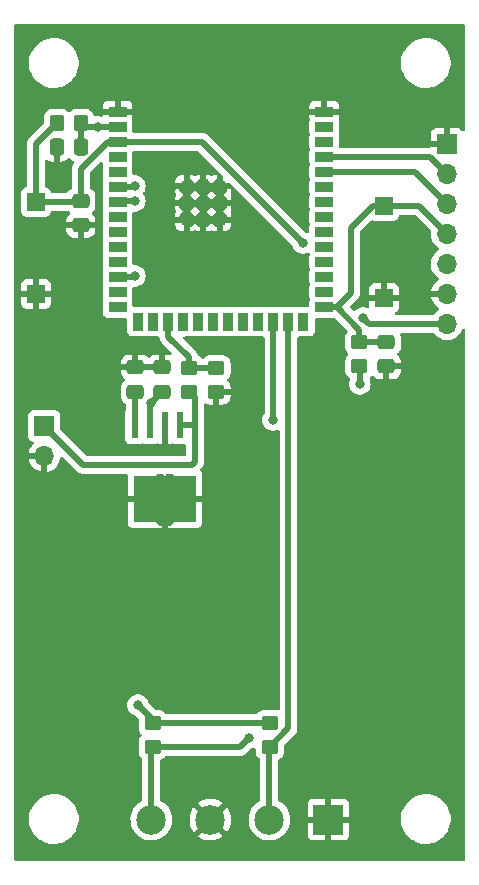
<source format=gbr>
%TF.GenerationSoftware,KiCad,Pcbnew,(6.0.7)*%
%TF.CreationDate,2023-04-15T21:03:17+02:00*%
%TF.ProjectId,sensor board,73656e73-6f72-4206-926f-6172642e6b69,rev?*%
%TF.SameCoordinates,Original*%
%TF.FileFunction,Copper,L1,Top*%
%TF.FilePolarity,Positive*%
%FSLAX46Y46*%
G04 Gerber Fmt 4.6, Leading zero omitted, Abs format (unit mm)*
G04 Created by KiCad (PCBNEW (6.0.7)) date 2023-04-15 21:03:17*
%MOMM*%
%LPD*%
G01*
G04 APERTURE LIST*
G04 Aperture macros list*
%AMRoundRect*
0 Rectangle with rounded corners*
0 $1 Rounding radius*
0 $2 $3 $4 $5 $6 $7 $8 $9 X,Y pos of 4 corners*
0 Add a 4 corners polygon primitive as box body*
4,1,4,$2,$3,$4,$5,$6,$7,$8,$9,$2,$3,0*
0 Add four circle primitives for the rounded corners*
1,1,$1+$1,$2,$3*
1,1,$1+$1,$4,$5*
1,1,$1+$1,$6,$7*
1,1,$1+$1,$8,$9*
0 Add four rect primitives between the rounded corners*
20,1,$1+$1,$2,$3,$4,$5,0*
20,1,$1+$1,$4,$5,$6,$7,0*
20,1,$1+$1,$6,$7,$8,$9,0*
20,1,$1+$1,$8,$9,$2,$3,0*%
G04 Aperture macros list end*
%TA.AperFunction,SMDPad,CuDef*%
%ADD10RoundRect,0.250000X-0.450000X0.350000X-0.450000X-0.350000X0.450000X-0.350000X0.450000X0.350000X0*%
%TD*%
%TA.AperFunction,ComponentPad*%
%ADD11R,1.700000X1.700000*%
%TD*%
%TA.AperFunction,ComponentPad*%
%ADD12O,1.700000X1.700000*%
%TD*%
%TA.AperFunction,SMDPad,CuDef*%
%ADD13RoundRect,0.250000X-0.475000X0.337500X-0.475000X-0.337500X0.475000X-0.337500X0.475000X0.337500X0*%
%TD*%
%TA.AperFunction,SMDPad,CuDef*%
%ADD14RoundRect,0.250000X0.350000X0.450000X-0.350000X0.450000X-0.350000X-0.450000X0.350000X-0.450000X0*%
%TD*%
%TA.AperFunction,SMDPad,CuDef*%
%ADD15R,1.500000X0.900000*%
%TD*%
%TA.AperFunction,SMDPad,CuDef*%
%ADD16R,0.900000X1.500000*%
%TD*%
%TA.AperFunction,SMDPad,CuDef*%
%ADD17R,0.900000X0.900000*%
%TD*%
%TA.AperFunction,ComponentPad*%
%ADD18C,0.400000*%
%TD*%
%TA.AperFunction,SMDPad,CuDef*%
%ADD19RoundRect,0.250000X0.450000X-0.350000X0.450000X0.350000X-0.450000X0.350000X-0.450000X-0.350000X0*%
%TD*%
%TA.AperFunction,SMDPad,CuDef*%
%ADD20RoundRect,0.250000X0.475000X-0.337500X0.475000X0.337500X-0.475000X0.337500X-0.475000X-0.337500X0*%
%TD*%
%TA.AperFunction,SMDPad,CuDef*%
%ADD21R,1.500000X1.500000*%
%TD*%
%TA.AperFunction,SMDPad,CuDef*%
%ADD22R,0.600000X2.200000*%
%TD*%
%TA.AperFunction,SMDPad,CuDef*%
%ADD23R,5.300000X4.000000*%
%TD*%
%TA.AperFunction,ComponentPad*%
%ADD24C,0.600000*%
%TD*%
%TA.AperFunction,SMDPad,CuDef*%
%ADD25RoundRect,0.250000X0.337500X0.475000X-0.337500X0.475000X-0.337500X-0.475000X0.337500X-0.475000X0*%
%TD*%
%TA.AperFunction,ComponentPad*%
%ADD26R,2.500000X2.500000*%
%TD*%
%TA.AperFunction,ComponentPad*%
%ADD27C,2.500000*%
%TD*%
%TA.AperFunction,ViaPad*%
%ADD28C,0.800000*%
%TD*%
%TA.AperFunction,Conductor*%
%ADD29C,0.500000*%
%TD*%
G04 APERTURE END LIST*
D10*
%TO.P,R9,1*%
%TO.N,BATT*%
X99605500Y-110144000D03*
%TO.P,R9,2*%
%TO.N,GND*%
X99605500Y-112144000D03*
%TD*%
D11*
%TO.P,J2,1,Pin_1*%
%TO.N,VIN*%
X85052500Y-115057000D03*
D12*
%TO.P,J2,2,Pin_2*%
%TO.N,GND*%
X85052500Y-117597000D03*
%TD*%
D13*
%TO.P,C2,1*%
%TO.N,IO0*%
X114010000Y-107950000D03*
%TO.P,C2,2*%
%TO.N,GND*%
X114010000Y-110025000D03*
%TD*%
D14*
%TO.P,R2,1*%
%TO.N,+3.3V*%
X88122000Y-89408000D03*
%TO.P,R2,2*%
%TO.N,EN*%
X86122000Y-89408000D03*
%TD*%
D15*
%TO.P,U1,1,GND*%
%TO.N,GND*%
X91250000Y-88466000D03*
%TO.P,U1,2,3V3*%
%TO.N,+3.3V*%
X91250000Y-89736000D03*
%TO.P,U1,3,EN*%
%TO.N,EN*%
X91250000Y-91006000D03*
%TO.P,U1,4,IO4*%
%TO.N,unconnected-(U1-Pad4)*%
X91250000Y-92276000D03*
%TO.P,U1,5,IO5*%
%TO.N,unconnected-(U1-Pad5)*%
X91250000Y-93546000D03*
%TO.P,U1,6,IO6*%
%TO.N,LED3*%
X91250000Y-94816000D03*
%TO.P,U1,7,IO7*%
%TO.N,LED2*%
X91250000Y-96086000D03*
%TO.P,U1,8,IO15*%
%TO.N,unconnected-(U1-Pad8)*%
X91250000Y-97356000D03*
%TO.P,U1,9,IO16*%
%TO.N,unconnected-(U1-Pad9)*%
X91250000Y-98626000D03*
%TO.P,U1,10,IO17*%
%TO.N,unconnected-(U1-Pad10)*%
X91250000Y-99896000D03*
%TO.P,U1,11,IO18*%
%TO.N,unconnected-(U1-Pad11)*%
X91250000Y-101166000D03*
%TO.P,U1,12,IO8*%
%TO.N,LED1*%
X91250000Y-102436000D03*
%TO.P,U1,13,IO19*%
%TO.N,unconnected-(U1-Pad13)*%
X91250000Y-103706000D03*
%TO.P,U1,14,IO20*%
%TO.N,unconnected-(U1-Pad14)*%
X91250000Y-104976000D03*
D16*
%TO.P,U1,15,IO3*%
%TO.N,unconnected-(U1-Pad15)*%
X93015000Y-106226000D03*
%TO.P,U1,16,IO46*%
%TO.N,unconnected-(U1-Pad16)*%
X94285000Y-106226000D03*
%TO.P,U1,17,IO9*%
%TO.N,BATT*%
X95555000Y-106226000D03*
%TO.P,U1,18,IO10*%
%TO.N,unconnected-(U1-Pad18)*%
X96825000Y-106226000D03*
%TO.P,U1,19,IO11*%
%TO.N,unconnected-(U1-Pad19)*%
X98095000Y-106226000D03*
%TO.P,U1,20,IO12*%
%TO.N,unconnected-(U1-Pad20)*%
X99365000Y-106226000D03*
%TO.P,U1,21,IO13*%
%TO.N,unconnected-(U1-Pad21)*%
X100635000Y-106226000D03*
%TO.P,U1,22,IO14*%
%TO.N,unconnected-(U1-Pad22)*%
X101905000Y-106226000D03*
%TO.P,U1,23,IO21*%
%TO.N,unconnected-(U1-Pad23)*%
X103175000Y-106226000D03*
%TO.P,U1,24,IO47*%
%TO.N,S1*%
X104445000Y-106226000D03*
%TO.P,U1,25,IO48*%
%TO.N,S2*%
X105715000Y-106226000D03*
%TO.P,U1,26,IO45*%
%TO.N,unconnected-(U1-Pad26)*%
X106985000Y-106226000D03*
D15*
%TO.P,U1,27,IO0*%
%TO.N,IO0*%
X108750000Y-104976000D03*
%TO.P,U1,28,IO35*%
%TO.N,unconnected-(U1-Pad28)*%
X108750000Y-103706000D03*
%TO.P,U1,29,IO36*%
%TO.N,unconnected-(U1-Pad29)*%
X108750000Y-102436000D03*
%TO.P,U1,30,IO37*%
%TO.N,unconnected-(U1-Pad30)*%
X108750000Y-101166000D03*
%TO.P,U1,31,IO38*%
%TO.N,unconnected-(U1-Pad31)*%
X108750000Y-99896000D03*
%TO.P,U1,32,IO39*%
%TO.N,unconnected-(U1-Pad32)*%
X108750000Y-98626000D03*
%TO.P,U1,33,IO40*%
%TO.N,unconnected-(U1-Pad33)*%
X108750000Y-97356000D03*
%TO.P,U1,34,IO41*%
%TO.N,unconnected-(U1-Pad34)*%
X108750000Y-96086000D03*
%TO.P,U1,35,IO42*%
%TO.N,unconnected-(U1-Pad35)*%
X108750000Y-94816000D03*
%TO.P,U1,36,RXD0*%
%TO.N,RX0*%
X108750000Y-93546000D03*
%TO.P,U1,37,TXD0*%
%TO.N,TX0*%
X108750000Y-92276000D03*
%TO.P,U1,38,IO2*%
%TO.N,unconnected-(U1-Pad38)*%
X108750000Y-91006000D03*
%TO.P,U1,39,IO1*%
%TO.N,unconnected-(U1-Pad39)*%
X108750000Y-89736000D03*
%TO.P,U1,40,GND*%
%TO.N,GND*%
X108750000Y-88466000D03*
D17*
%TO.P,U1,41_1,GND*%
X98500000Y-96186000D03*
%TO.P,U1,41_2,GND*%
X97100000Y-96186000D03*
%TO.P,U1,41_3,GND*%
X99900000Y-96186000D03*
%TO.P,U1,41_4,GND*%
X97100000Y-97586000D03*
%TO.P,U1,41_5,GND*%
X98500000Y-97586000D03*
%TO.P,U1,41_6,GND*%
X99900000Y-97586000D03*
%TO.P,U1,41_7,GND*%
X97100000Y-94786000D03*
%TO.P,U1,41_8,GND*%
X98500000Y-94786000D03*
%TO.P,U1,41_9,GND*%
X99900000Y-94786000D03*
D18*
%TO.P,U1,41_10*%
X98500000Y-95486000D03*
%TO.P,U1,41_11*%
X97100000Y-95486000D03*
%TO.P,U1,41_12*%
X99900000Y-95486000D03*
%TO.P,U1,41_13*%
X97100000Y-96886000D03*
%TO.P,U1,41_14*%
X98500000Y-96886000D03*
%TO.P,U1,41_15*%
X99900000Y-96886000D03*
%TO.P,U1,41_16*%
X97800000Y-94786000D03*
%TO.P,U1,41_17*%
X99200000Y-94786000D03*
%TO.P,U1,41_18*%
X97800000Y-96186000D03*
%TO.P,U1,41_19*%
X99200000Y-96186000D03*
%TO.P,U1,41_20*%
X97800000Y-97586000D03*
%TO.P,U1,41_21*%
X99200000Y-97586000D03*
%TD*%
D19*
%TO.P,R1,1*%
%TO.N,+3.3V*%
X111724000Y-109987500D03*
%TO.P,R1,2*%
%TO.N,IO0*%
X111724000Y-107987500D03*
%TD*%
D20*
%TO.P,C4,1*%
%TO.N,+3.3V*%
X95033500Y-112181500D03*
%TO.P,C4,2*%
%TO.N,GND*%
X95033500Y-110106500D03*
%TD*%
D21*
%TO.P,SW1,1,1*%
%TO.N,GND*%
X113792000Y-104230000D03*
%TO.P,SW1,2,2*%
%TO.N,IO0*%
X113792000Y-96430000D03*
%TD*%
%TO.P,SW2,1,1*%
%TO.N,GND*%
X84328000Y-103900000D03*
%TO.P,SW2,2,2*%
%TO.N,EN*%
X84328000Y-96100000D03*
%TD*%
D10*
%TO.P,R6,1*%
%TO.N,+3.3V*%
X94234000Y-140224000D03*
%TO.P,R6,2*%
%TO.N,S1*%
X94234000Y-142224000D03*
%TD*%
D11*
%TO.P,J1,1,Pin_1*%
%TO.N,GND*%
X119126000Y-91181000D03*
D12*
%TO.P,J1,2,Pin_2*%
%TO.N,TX0*%
X119126000Y-93721000D03*
%TO.P,J1,3,Pin_3*%
%TO.N,RX0*%
X119126000Y-96261000D03*
%TO.P,J1,4,Pin_4*%
%TO.N,IO0*%
X119126000Y-98801000D03*
%TO.P,J1,5,Pin_5*%
%TO.N,+3.3V*%
X119126000Y-101341000D03*
%TO.P,J1,6,Pin_6*%
%TO.N,GND*%
X119126000Y-103881000D03*
%TO.P,J1,7,Pin_7*%
%TO.N,EN*%
X119126000Y-106421000D03*
%TD*%
D10*
%TO.P,R7,1*%
%TO.N,+3.3V*%
X104140000Y-140224000D03*
%TO.P,R7,2*%
%TO.N,S2*%
X104140000Y-142224000D03*
%TD*%
D13*
%TO.P,C3,1*%
%TO.N,EN*%
X88138000Y-95990500D03*
%TO.P,C3,2*%
%TO.N,GND*%
X88138000Y-98065500D03*
%TD*%
D22*
%TO.P,VR1,1,EN*%
%TO.N,VIN*%
X97790000Y-115010000D03*
%TO.P,VR1,2,IN*%
X96520000Y-115010000D03*
%TO.P,VR1,3,GND_3*%
%TO.N,GND*%
X95250000Y-115010000D03*
%TO.P,VR1,4,OUT*%
%TO.N,+3.3V*%
X93980000Y-115010000D03*
%TO.P,VR1,5,NR/FB*%
%TO.N,Net-(C5-Pad1)*%
X92710000Y-115010000D03*
D23*
%TO.P,VR1,6,GND_6*%
%TO.N,GND*%
X95250000Y-121210000D03*
D24*
%TO.P,VR1,7*%
X93000000Y-122810000D03*
%TO.P,VR1,8*%
X94500000Y-122810000D03*
%TO.P,VR1,9*%
X96000000Y-122810000D03*
%TO.P,VR1,10*%
X97500000Y-122810000D03*
%TO.P,VR1,11*%
X93000000Y-121210000D03*
%TO.P,VR1,12*%
X97500000Y-121210000D03*
%TO.P,VR1,13*%
X93000000Y-119610000D03*
%TO.P,VR1,14*%
X94500000Y-119610000D03*
%TO.P,VR1,15*%
X96000000Y-119610000D03*
%TO.P,VR1,16*%
X97500000Y-119610000D03*
%TD*%
D19*
%TO.P,R8,1*%
%TO.N,VIN*%
X97319500Y-112144000D03*
%TO.P,R8,2*%
%TO.N,BATT*%
X97319500Y-110144000D03*
%TD*%
D20*
%TO.P,C5,1*%
%TO.N,Net-(C5-Pad1)*%
X92747500Y-112181500D03*
%TO.P,C5,2*%
%TO.N,GND*%
X92747500Y-110106500D03*
%TD*%
D25*
%TO.P,C1,1*%
%TO.N,+3.3V*%
X88159500Y-91440000D03*
%TO.P,C1,2*%
%TO.N,GND*%
X86084500Y-91440000D03*
%TD*%
D26*
%TO.P,J3,1,Pin_1*%
%TO.N,GND*%
X109100000Y-148382000D03*
D27*
%TO.P,J3,2,Pin_2*%
%TO.N,S2*%
X104100000Y-148382000D03*
%TO.P,J3,3,Pin_3*%
%TO.N,GND*%
X99100000Y-148382000D03*
%TO.P,J3,4,Pin_4*%
%TO.N,S1*%
X94100000Y-148382000D03*
%TD*%
D28*
%TO.N,GND*%
X116586000Y-101346000D03*
X86109786Y-93741819D03*
%TO.N,EN*%
X106934000Y-99568000D03*
X112014000Y-105918000D03*
%TO.N,GND*%
X108204000Y-109474000D03*
X101092000Y-108966000D03*
X91440000Y-108458000D03*
X88392000Y-113030000D03*
X87630000Y-122682000D03*
X86360000Y-130048000D03*
X101051328Y-131524709D03*
X93726000Y-126238000D03*
X97282000Y-133350000D03*
X94996000Y-128524000D03*
X101346000Y-119888000D03*
X98298000Y-126492000D03*
%TO.N,+3.3V*%
X89588000Y-89736000D03*
X92964000Y-138684000D03*
X111760000Y-111506000D03*
X94082500Y-113132500D03*
%TO.N,GND*%
X118269996Y-128146052D03*
X100330000Y-103378000D03*
X112268000Y-82550000D03*
X94189295Y-98188893D03*
X118844867Y-138238229D03*
X89408000Y-81788000D03*
X117439627Y-143667565D03*
X84582000Y-143002000D03*
X83586121Y-111347048D03*
X90932000Y-150114000D03*
X90548446Y-146414170D03*
X101854000Y-91948000D03*
X83312000Y-106934000D03*
X88121214Y-143475941D03*
X94996000Y-99568000D03*
X104153723Y-100807749D03*
X106172000Y-95504000D03*
X83566000Y-123190000D03*
X89398704Y-86244355D03*
X117856000Y-118618000D03*
X97510771Y-88927085D03*
X118364000Y-111252000D03*
X113030000Y-150114000D03*
X115824000Y-89408000D03*
X104281472Y-89821329D03*
X83058000Y-129286000D03*
X112010291Y-87521845D03*
X97028000Y-103632000D03*
X83566000Y-136906000D03*
X113223907Y-144178561D03*
X83266749Y-89118709D03*
%TO.N,S1*%
X102362000Y-141478000D03*
X104394000Y-114554000D03*
%TO.N,LED1*%
X92710000Y-102362000D03*
%TO.N,LED2*%
X92710000Y-96012000D03*
%TO.N,LED3*%
X92710000Y-94742000D03*
%TD*%
D29*
%TO.N,EN*%
X112517000Y-106421000D02*
X119126000Y-106421000D01*
X112014000Y-105918000D02*
X112517000Y-106421000D01*
X106680000Y-99314000D02*
X106934000Y-99568000D01*
X98372000Y-91006000D02*
X106680000Y-99314000D01*
X91250000Y-91006000D02*
X98372000Y-91006000D01*
%TO.N,+3.3V*%
X94234000Y-140224000D02*
X94234000Y-139954000D01*
X104140000Y-140224000D02*
X94234000Y-140224000D01*
X94082500Y-113132500D02*
X95033500Y-112181500D01*
X91250000Y-89736000D02*
X89588000Y-89736000D01*
X93980000Y-113235000D02*
X94082500Y-113132500D01*
X93980000Y-115010000D02*
X93980000Y-113235000D01*
X94234000Y-139954000D02*
X92964000Y-138684000D01*
X89588000Y-89736000D02*
X88450000Y-89736000D01*
X88122000Y-91402500D02*
X88159500Y-91440000D01*
X88450000Y-89736000D02*
X88122000Y-89408000D01*
X88122000Y-89408000D02*
X88122000Y-91402500D01*
X111760000Y-110023500D02*
X111724000Y-109987500D01*
X111760000Y-111506000D02*
X111760000Y-110023500D01*
%TO.N,IO0*%
X113792000Y-96430000D02*
X116755000Y-96430000D01*
X116755000Y-96430000D02*
X119126000Y-98801000D01*
X109802000Y-104976000D02*
X110998000Y-103780000D01*
X114010000Y-107950000D02*
X111761500Y-107950000D01*
X109802000Y-104976000D02*
X111724000Y-106898000D01*
X111724000Y-106898000D02*
X111724000Y-107987500D01*
X110998000Y-98298000D02*
X112866000Y-96430000D01*
X108750000Y-104976000D02*
X109802000Y-104976000D01*
X111761500Y-107950000D02*
X111724000Y-107987500D01*
X112866000Y-96430000D02*
X113792000Y-96430000D01*
X110998000Y-103780000D02*
X110998000Y-98298000D01*
%TO.N,EN*%
X90420000Y-91006000D02*
X91250000Y-91006000D01*
X88138000Y-93288000D02*
X90420000Y-91006000D01*
X88138000Y-95990500D02*
X88138000Y-93288000D01*
X88028500Y-96100000D02*
X88138000Y-95990500D01*
X86122000Y-89408000D02*
X84328000Y-91202000D01*
X84328000Y-91202000D02*
X84328000Y-96100000D01*
X84328000Y-96100000D02*
X88028500Y-96100000D01*
%TO.N,Net-(C5-Pad1)*%
X92710000Y-115010000D02*
X92710000Y-112219000D01*
X92710000Y-112219000D02*
X92747500Y-112181500D01*
%TO.N,TX0*%
X117681000Y-92276000D02*
X119126000Y-93721000D01*
X108750000Y-92276000D02*
X117681000Y-92276000D01*
%TO.N,RX0*%
X116411000Y-93546000D02*
X119126000Y-96261000D01*
X108750000Y-93546000D02*
X116411000Y-93546000D01*
%TO.N,VIN*%
X97790000Y-112614500D02*
X97319500Y-112144000D01*
X97790000Y-115010000D02*
X97790000Y-112614500D01*
X96520000Y-115010000D02*
X97790000Y-115010000D01*
X97790000Y-118110000D02*
X97536000Y-118364000D01*
X97790000Y-115010000D02*
X97790000Y-118110000D01*
X88359500Y-118364000D02*
X85052500Y-115057000D01*
X97536000Y-118364000D02*
X88359500Y-118364000D01*
%TO.N,S2*%
X104140000Y-142224000D02*
X104100000Y-142264000D01*
X105715000Y-140649000D02*
X104140000Y-142224000D01*
X104100000Y-142264000D02*
X104100000Y-148382000D01*
X105715000Y-106226000D02*
X105715000Y-140649000D01*
%TO.N,S1*%
X94100000Y-142358000D02*
X94100000Y-148382000D01*
X101616000Y-142224000D02*
X102362000Y-141478000D01*
X104445000Y-114503000D02*
X104445000Y-106226000D01*
X94234000Y-142224000D02*
X94100000Y-142358000D01*
X104394000Y-114554000D02*
X104445000Y-114503000D01*
X94234000Y-142224000D02*
X101616000Y-142224000D01*
%TO.N,LED1*%
X92636000Y-102436000D02*
X92710000Y-102362000D01*
X91250000Y-102436000D02*
X92636000Y-102436000D01*
%TO.N,LED2*%
X92710000Y-96012000D02*
X91324000Y-96012000D01*
X91324000Y-96012000D02*
X91250000Y-96086000D01*
%TO.N,LED3*%
X92636000Y-94816000D02*
X92710000Y-94742000D01*
X91250000Y-94816000D02*
X92636000Y-94816000D01*
%TO.N,BATT*%
X95555000Y-106226000D02*
X95555000Y-107493000D01*
X99605500Y-110144000D02*
X97319500Y-110144000D01*
X97319500Y-109257500D02*
X97319500Y-110144000D01*
X95555000Y-107493000D02*
X97319500Y-109257500D01*
%TD*%
%TA.AperFunction,Conductor*%
%TO.N,GND*%
G36*
X120591621Y-81036502D02*
G01*
X120638114Y-81090158D01*
X120649500Y-81142500D01*
X120649500Y-90004306D01*
X120629498Y-90072427D01*
X120575842Y-90118920D01*
X120505568Y-90129024D01*
X120440988Y-90099530D01*
X120422673Y-90079871D01*
X120344281Y-89975272D01*
X120331724Y-89962715D01*
X120229649Y-89886214D01*
X120214054Y-89877676D01*
X120093606Y-89832522D01*
X120078351Y-89828895D01*
X120027486Y-89823369D01*
X120020672Y-89823000D01*
X119398115Y-89823000D01*
X119382876Y-89827475D01*
X119381671Y-89828865D01*
X119380000Y-89836548D01*
X119380000Y-91309000D01*
X119359998Y-91377121D01*
X119306342Y-91423614D01*
X119254000Y-91435000D01*
X117786116Y-91435000D01*
X117770877Y-91439475D01*
X117749616Y-91464011D01*
X117740564Y-91480591D01*
X117678253Y-91514619D01*
X117651464Y-91517500D01*
X110134500Y-91517500D01*
X110066379Y-91497498D01*
X110019886Y-91443842D01*
X110008500Y-91391500D01*
X110008500Y-90908885D01*
X117768000Y-90908885D01*
X117772475Y-90924124D01*
X117773865Y-90925329D01*
X117781548Y-90927000D01*
X118853885Y-90927000D01*
X118869124Y-90922525D01*
X118870329Y-90921135D01*
X118872000Y-90913452D01*
X118872000Y-89841116D01*
X118867525Y-89825877D01*
X118866135Y-89824672D01*
X118858452Y-89823001D01*
X118231331Y-89823001D01*
X118224510Y-89823371D01*
X118173648Y-89828895D01*
X118158396Y-89832521D01*
X118037946Y-89877676D01*
X118022351Y-89886214D01*
X117920276Y-89962715D01*
X117907715Y-89975276D01*
X117831214Y-90077351D01*
X117822676Y-90092946D01*
X117777522Y-90213394D01*
X117773895Y-90228649D01*
X117768369Y-90279514D01*
X117768000Y-90286328D01*
X117768000Y-90908885D01*
X110008500Y-90908885D01*
X110008500Y-90507866D01*
X110001745Y-90445684D01*
X109990328Y-90415229D01*
X109985145Y-90344423D01*
X109990326Y-90326776D01*
X110001745Y-90296316D01*
X110008500Y-90234134D01*
X110008500Y-89237866D01*
X110001745Y-89175684D01*
X109990061Y-89144517D01*
X109984878Y-89073712D01*
X109990061Y-89056057D01*
X109998479Y-89033602D01*
X110002105Y-89018351D01*
X110007631Y-88967486D01*
X110008000Y-88960672D01*
X110008000Y-88738115D01*
X110003525Y-88722876D01*
X110002135Y-88721671D01*
X109994452Y-88720000D01*
X107510116Y-88720000D01*
X107494877Y-88724475D01*
X107493672Y-88725865D01*
X107492001Y-88733548D01*
X107492001Y-88960669D01*
X107492371Y-88967490D01*
X107497895Y-89018352D01*
X107501520Y-89033600D01*
X107509939Y-89056057D01*
X107515122Y-89126864D01*
X107509942Y-89144510D01*
X107498255Y-89175684D01*
X107491500Y-89237866D01*
X107491500Y-90234134D01*
X107498255Y-90296316D01*
X107509672Y-90326771D01*
X107514855Y-90397577D01*
X107509674Y-90415224D01*
X107498255Y-90445684D01*
X107491500Y-90507866D01*
X107491500Y-91504134D01*
X107498255Y-91566316D01*
X107509672Y-91596771D01*
X107514855Y-91667577D01*
X107509674Y-91685224D01*
X107498255Y-91715684D01*
X107491500Y-91777866D01*
X107491500Y-92774134D01*
X107498255Y-92836316D01*
X107509672Y-92866771D01*
X107514855Y-92937577D01*
X107509674Y-92955224D01*
X107498255Y-92985684D01*
X107491500Y-93047866D01*
X107491500Y-94044134D01*
X107498255Y-94106316D01*
X107509672Y-94136771D01*
X107514855Y-94207577D01*
X107509674Y-94225224D01*
X107498255Y-94255684D01*
X107491500Y-94317866D01*
X107491500Y-95314134D01*
X107498255Y-95376316D01*
X107509672Y-95406771D01*
X107514855Y-95477577D01*
X107509674Y-95495224D01*
X107498255Y-95525684D01*
X107491500Y-95587866D01*
X107491500Y-96584134D01*
X107498255Y-96646316D01*
X107509672Y-96676771D01*
X107514855Y-96747577D01*
X107509674Y-96765224D01*
X107498255Y-96795684D01*
X107491500Y-96857866D01*
X107491500Y-97854134D01*
X107498255Y-97916316D01*
X107509672Y-97946771D01*
X107514855Y-98017577D01*
X107509674Y-98035224D01*
X107498255Y-98065684D01*
X107491500Y-98127866D01*
X107491500Y-98627715D01*
X107471498Y-98695836D01*
X107417842Y-98742329D01*
X107347568Y-98752433D01*
X107314253Y-98742823D01*
X107216288Y-98699206D01*
X107209833Y-98697834D01*
X107209824Y-98697831D01*
X107153228Y-98685801D01*
X107090331Y-98651650D01*
X98955770Y-90517089D01*
X98943384Y-90502677D01*
X98934851Y-90491082D01*
X98934846Y-90491077D01*
X98930508Y-90485182D01*
X98924930Y-90480443D01*
X98924927Y-90480440D01*
X98890232Y-90450965D01*
X98882716Y-90444035D01*
X98877021Y-90438340D01*
X98870880Y-90433482D01*
X98854749Y-90420719D01*
X98851345Y-90417928D01*
X98801297Y-90375409D01*
X98801295Y-90375408D01*
X98795715Y-90370667D01*
X98789199Y-90367339D01*
X98784150Y-90363972D01*
X98779021Y-90360805D01*
X98773284Y-90356266D01*
X98707125Y-90325345D01*
X98703225Y-90323439D01*
X98638192Y-90290231D01*
X98631084Y-90288492D01*
X98625441Y-90286393D01*
X98619678Y-90284476D01*
X98613050Y-90281378D01*
X98604089Y-90279514D01*
X98541588Y-90266514D01*
X98537299Y-90265543D01*
X98466390Y-90248192D01*
X98460788Y-90247844D01*
X98460785Y-90247844D01*
X98455236Y-90247500D01*
X98455238Y-90247464D01*
X98451245Y-90247225D01*
X98447053Y-90246851D01*
X98439885Y-90245360D01*
X98373675Y-90247151D01*
X98362479Y-90247454D01*
X98359072Y-90247500D01*
X92634500Y-90247500D01*
X92566379Y-90227498D01*
X92519886Y-90173842D01*
X92508500Y-90121500D01*
X92508500Y-89237866D01*
X92501745Y-89175684D01*
X92490061Y-89144517D01*
X92484878Y-89073712D01*
X92490061Y-89056057D01*
X92498479Y-89033602D01*
X92502105Y-89018351D01*
X92507631Y-88967486D01*
X92508000Y-88960672D01*
X92508000Y-88738115D01*
X92503525Y-88722876D01*
X92502135Y-88721671D01*
X92494452Y-88720000D01*
X90010116Y-88720000D01*
X89994877Y-88724475D01*
X89993672Y-88725865D01*
X89992001Y-88733548D01*
X89992001Y-88737479D01*
X89971999Y-88805600D01*
X89918343Y-88852093D01*
X89848069Y-88862197D01*
X89839804Y-88860726D01*
X89689944Y-88828872D01*
X89689939Y-88828872D01*
X89683487Y-88827500D01*
X89492513Y-88827500D01*
X89486061Y-88828872D01*
X89486056Y-88828872D01*
X89355697Y-88856581D01*
X89284906Y-88851179D01*
X89228273Y-88808362D01*
X89209976Y-88773210D01*
X89198268Y-88738115D01*
X89163550Y-88634054D01*
X89070478Y-88483652D01*
X88945303Y-88358695D01*
X88939072Y-88354854D01*
X88800968Y-88269725D01*
X88800966Y-88269724D01*
X88794738Y-88265885D01*
X88634254Y-88212655D01*
X88633389Y-88212368D01*
X88633387Y-88212368D01*
X88626861Y-88210203D01*
X88620025Y-88209503D01*
X88620022Y-88209502D01*
X88576969Y-88205091D01*
X88522400Y-88199500D01*
X87721600Y-88199500D01*
X87718354Y-88199837D01*
X87718350Y-88199837D01*
X87622692Y-88209762D01*
X87622688Y-88209763D01*
X87615834Y-88210474D01*
X87609298Y-88212655D01*
X87609296Y-88212655D01*
X87477194Y-88256728D01*
X87448054Y-88266450D01*
X87297652Y-88359522D01*
X87292479Y-88364704D01*
X87211216Y-88446109D01*
X87148934Y-88480188D01*
X87078114Y-88475185D01*
X87033025Y-88446264D01*
X86950483Y-88363866D01*
X86945303Y-88358695D01*
X86939072Y-88354854D01*
X86800968Y-88269725D01*
X86800966Y-88269724D01*
X86794738Y-88265885D01*
X86634254Y-88212655D01*
X86633389Y-88212368D01*
X86633387Y-88212368D01*
X86626861Y-88210203D01*
X86620025Y-88209503D01*
X86620022Y-88209502D01*
X86576969Y-88205091D01*
X86522400Y-88199500D01*
X85721600Y-88199500D01*
X85718354Y-88199837D01*
X85718350Y-88199837D01*
X85622692Y-88209762D01*
X85622688Y-88209763D01*
X85615834Y-88210474D01*
X85609298Y-88212655D01*
X85609296Y-88212655D01*
X85477194Y-88256728D01*
X85448054Y-88266450D01*
X85297652Y-88359522D01*
X85172695Y-88484697D01*
X85079885Y-88635262D01*
X85077581Y-88642209D01*
X85030467Y-88784255D01*
X85024203Y-88803139D01*
X85013500Y-88907600D01*
X85013500Y-89391629D01*
X84993498Y-89459750D01*
X84976595Y-89480724D01*
X83839089Y-90618230D01*
X83824677Y-90630616D01*
X83813082Y-90639149D01*
X83813077Y-90639154D01*
X83807182Y-90643492D01*
X83802443Y-90649070D01*
X83802440Y-90649073D01*
X83772965Y-90683768D01*
X83766035Y-90691284D01*
X83760340Y-90696979D01*
X83758060Y-90699861D01*
X83742719Y-90719251D01*
X83739928Y-90722655D01*
X83697409Y-90772703D01*
X83692667Y-90778285D01*
X83689339Y-90784801D01*
X83685972Y-90789850D01*
X83682805Y-90794979D01*
X83678266Y-90800716D01*
X83647345Y-90866875D01*
X83645442Y-90870769D01*
X83612231Y-90935808D01*
X83610492Y-90942916D01*
X83608393Y-90948559D01*
X83606476Y-90954322D01*
X83603378Y-90960950D01*
X83601888Y-90968112D01*
X83601888Y-90968113D01*
X83588514Y-91032412D01*
X83587544Y-91036696D01*
X83570192Y-91107610D01*
X83569500Y-91118764D01*
X83569464Y-91118762D01*
X83569225Y-91122755D01*
X83568851Y-91126947D01*
X83567360Y-91134115D01*
X83567558Y-91141432D01*
X83569454Y-91211521D01*
X83569500Y-91214928D01*
X83569500Y-94725507D01*
X83549498Y-94793628D01*
X83495842Y-94840121D01*
X83474237Y-94847543D01*
X83467684Y-94848255D01*
X83460289Y-94851027D01*
X83460286Y-94851028D01*
X83356572Y-94889909D01*
X83331295Y-94899385D01*
X83214739Y-94986739D01*
X83127385Y-95103295D01*
X83076255Y-95239684D01*
X83069500Y-95301866D01*
X83069500Y-96898134D01*
X83076255Y-96960316D01*
X83127385Y-97096705D01*
X83214739Y-97213261D01*
X83331295Y-97300615D01*
X83467684Y-97351745D01*
X83529866Y-97358500D01*
X85126134Y-97358500D01*
X85188316Y-97351745D01*
X85324705Y-97300615D01*
X85441261Y-97213261D01*
X85528615Y-97096705D01*
X85552254Y-97033648D01*
X85576972Y-96967714D01*
X85576973Y-96967711D01*
X85579745Y-96960316D01*
X85580372Y-96954547D01*
X85615126Y-96893709D01*
X85678081Y-96860887D01*
X85702493Y-96858500D01*
X87068645Y-96858500D01*
X87136766Y-96878502D01*
X87157662Y-96895327D01*
X87184510Y-96922128D01*
X87184515Y-96922132D01*
X87189697Y-96927305D01*
X87194235Y-96930102D01*
X87234824Y-96987353D01*
X87238054Y-97058276D01*
X87202428Y-97119687D01*
X87193932Y-97127062D01*
X87183793Y-97135098D01*
X87069261Y-97249829D01*
X87060249Y-97261240D01*
X86975184Y-97399243D01*
X86969037Y-97412424D01*
X86917862Y-97566710D01*
X86914995Y-97580086D01*
X86905328Y-97674438D01*
X86905000Y-97680855D01*
X86905000Y-97793385D01*
X86909475Y-97808624D01*
X86910865Y-97809829D01*
X86918548Y-97811500D01*
X89352884Y-97811500D01*
X89368123Y-97807025D01*
X89369328Y-97805635D01*
X89370999Y-97797952D01*
X89370999Y-97680905D01*
X89370662Y-97674386D01*
X89360743Y-97578794D01*
X89357851Y-97565400D01*
X89306412Y-97411216D01*
X89300239Y-97398038D01*
X89214937Y-97260193D01*
X89205901Y-97248792D01*
X89091172Y-97134262D01*
X89082238Y-97127206D01*
X89041177Y-97069288D01*
X89037947Y-96998365D01*
X89073574Y-96936954D01*
X89081407Y-96930154D01*
X89087348Y-96926478D01*
X89212305Y-96801303D01*
X89241707Y-96753604D01*
X89301275Y-96656968D01*
X89301276Y-96656966D01*
X89305115Y-96650738D01*
X89331564Y-96570995D01*
X89358632Y-96489389D01*
X89358632Y-96489387D01*
X89360797Y-96482861D01*
X89361688Y-96474172D01*
X89370385Y-96389279D01*
X89371500Y-96378400D01*
X89371500Y-95602600D01*
X89371163Y-95599350D01*
X89361238Y-95503692D01*
X89361237Y-95503688D01*
X89360526Y-95496834D01*
X89357289Y-95487130D01*
X89306868Y-95336002D01*
X89304550Y-95329054D01*
X89211478Y-95178652D01*
X89086303Y-95053695D01*
X89080072Y-95049854D01*
X88956384Y-94973611D01*
X88908890Y-94920838D01*
X88896500Y-94866351D01*
X88896500Y-93654371D01*
X88916502Y-93586250D01*
X88933405Y-93565276D01*
X89779385Y-92719296D01*
X89841697Y-92685270D01*
X89912512Y-92690335D01*
X89969348Y-92732882D01*
X89993743Y-92794783D01*
X89998255Y-92836316D01*
X90009672Y-92866771D01*
X90014855Y-92937577D01*
X90009674Y-92955224D01*
X89998255Y-92985684D01*
X89991500Y-93047866D01*
X89991500Y-94044134D01*
X89998255Y-94106316D01*
X90009672Y-94136771D01*
X90014855Y-94207577D01*
X90009674Y-94225224D01*
X89998255Y-94255684D01*
X89991500Y-94317866D01*
X89991500Y-95314134D01*
X89998255Y-95376316D01*
X90009672Y-95406771D01*
X90014855Y-95477577D01*
X90009674Y-95495224D01*
X89998255Y-95525684D01*
X89991500Y-95587866D01*
X89991500Y-96584134D01*
X89998255Y-96646316D01*
X90009672Y-96676771D01*
X90014855Y-96747577D01*
X90009674Y-96765224D01*
X89998255Y-96795684D01*
X89991500Y-96857866D01*
X89991500Y-97854134D01*
X89998255Y-97916316D01*
X90009672Y-97946771D01*
X90014855Y-98017577D01*
X90009674Y-98035224D01*
X89998255Y-98065684D01*
X89991500Y-98127866D01*
X89991500Y-99124134D01*
X89998255Y-99186316D01*
X90009672Y-99216771D01*
X90014855Y-99287577D01*
X90009674Y-99305224D01*
X89998255Y-99335684D01*
X89991500Y-99397866D01*
X89991500Y-100394134D01*
X89998255Y-100456316D01*
X90009672Y-100486771D01*
X90014855Y-100557577D01*
X90009674Y-100575224D01*
X89998255Y-100605684D01*
X89991500Y-100667866D01*
X89991500Y-101664134D01*
X89998255Y-101726316D01*
X90009672Y-101756771D01*
X90014855Y-101827577D01*
X90009674Y-101845224D01*
X89998255Y-101875684D01*
X89991500Y-101937866D01*
X89991500Y-102934134D01*
X89998255Y-102996316D01*
X90009672Y-103026771D01*
X90014855Y-103097577D01*
X90009674Y-103115224D01*
X89998255Y-103145684D01*
X89991500Y-103207866D01*
X89991500Y-104204134D01*
X89998255Y-104266316D01*
X90009672Y-104296771D01*
X90014855Y-104367577D01*
X90009674Y-104385224D01*
X89998255Y-104415684D01*
X89991500Y-104477866D01*
X89991500Y-105474134D01*
X89998255Y-105536316D01*
X90049385Y-105672705D01*
X90136739Y-105789261D01*
X90253295Y-105876615D01*
X90389684Y-105927745D01*
X90451866Y-105934500D01*
X91930500Y-105934500D01*
X91998621Y-105954502D01*
X92045114Y-106008158D01*
X92056500Y-106060500D01*
X92056500Y-107024134D01*
X92063255Y-107086316D01*
X92114385Y-107222705D01*
X92201739Y-107339261D01*
X92318295Y-107426615D01*
X92454684Y-107477745D01*
X92516866Y-107484500D01*
X93513134Y-107484500D01*
X93575316Y-107477745D01*
X93605771Y-107466328D01*
X93676577Y-107461145D01*
X93694224Y-107466326D01*
X93724684Y-107477745D01*
X93786866Y-107484500D01*
X94677110Y-107484500D01*
X94745231Y-107504502D01*
X94791724Y-107558158D01*
X94802695Y-107600285D01*
X94806140Y-107642637D01*
X94808396Y-107649601D01*
X94809587Y-107655560D01*
X94810971Y-107661415D01*
X94811818Y-107668681D01*
X94836735Y-107737327D01*
X94838152Y-107741455D01*
X94851470Y-107782564D01*
X94860649Y-107810899D01*
X94864445Y-107817154D01*
X94866951Y-107822628D01*
X94869670Y-107828058D01*
X94872167Y-107834937D01*
X94876180Y-107841057D01*
X94876180Y-107841058D01*
X94912186Y-107895976D01*
X94914523Y-107899680D01*
X94952405Y-107962107D01*
X94956121Y-107966315D01*
X94956122Y-107966316D01*
X94959803Y-107970484D01*
X94959776Y-107970508D01*
X94962428Y-107973499D01*
X94965132Y-107976733D01*
X94969144Y-107982852D01*
X94974457Y-107987885D01*
X95025365Y-108036111D01*
X95027807Y-108038488D01*
X95807442Y-108818123D01*
X95841468Y-108880435D01*
X95836403Y-108951250D01*
X95793856Y-109008086D01*
X95727336Y-109032897D01*
X95678677Y-109026810D01*
X95669792Y-109023863D01*
X95656414Y-109020995D01*
X95562062Y-109011328D01*
X95555645Y-109011000D01*
X95305615Y-109011000D01*
X95290376Y-109015475D01*
X95289171Y-109016865D01*
X95287500Y-109024548D01*
X95287500Y-110234500D01*
X95267498Y-110302621D01*
X95213842Y-110349114D01*
X95161500Y-110360500D01*
X91532616Y-110360500D01*
X91517377Y-110364975D01*
X91516172Y-110366365D01*
X91514501Y-110374048D01*
X91514501Y-110491095D01*
X91514838Y-110497614D01*
X91524757Y-110593206D01*
X91527649Y-110606600D01*
X91579088Y-110760784D01*
X91585261Y-110773962D01*
X91670563Y-110911807D01*
X91679599Y-110923208D01*
X91794328Y-111037738D01*
X91803262Y-111044794D01*
X91844323Y-111102712D01*
X91847553Y-111173635D01*
X91811926Y-111235046D01*
X91804093Y-111241846D01*
X91798152Y-111245522D01*
X91673195Y-111370697D01*
X91669355Y-111376927D01*
X91669354Y-111376928D01*
X91589793Y-111506000D01*
X91580385Y-111521262D01*
X91524703Y-111689139D01*
X91514000Y-111793600D01*
X91514000Y-112569400D01*
X91514337Y-112572646D01*
X91514337Y-112572650D01*
X91522912Y-112655290D01*
X91524974Y-112675166D01*
X91580950Y-112842946D01*
X91674022Y-112993348D01*
X91799197Y-113118305D01*
X91805427Y-113122145D01*
X91805428Y-113122146D01*
X91849129Y-113149084D01*
X91879600Y-113167866D01*
X91891616Y-113175273D01*
X91939109Y-113228045D01*
X91951500Y-113282533D01*
X91951500Y-113661487D01*
X91943482Y-113705716D01*
X91908255Y-113799684D01*
X91901500Y-113861866D01*
X91901500Y-116158134D01*
X91908255Y-116220316D01*
X91959385Y-116356705D01*
X92046739Y-116473261D01*
X92163295Y-116560615D01*
X92299684Y-116611745D01*
X92361866Y-116618500D01*
X93058134Y-116618500D01*
X93120316Y-116611745D01*
X93256705Y-116560615D01*
X93269435Y-116551074D01*
X93335939Y-116526226D01*
X93405322Y-116541278D01*
X93420559Y-116551070D01*
X93433295Y-116560615D01*
X93569684Y-116611745D01*
X93631866Y-116618500D01*
X94328134Y-116618500D01*
X94390316Y-116611745D01*
X94526705Y-116560615D01*
X94533889Y-116555231D01*
X94533891Y-116555230D01*
X94539853Y-116550761D01*
X94606359Y-116525914D01*
X94675742Y-116540967D01*
X94690981Y-116550761D01*
X94696352Y-116554786D01*
X94711946Y-116563324D01*
X94832394Y-116608478D01*
X94847649Y-116612105D01*
X94898514Y-116617631D01*
X94905328Y-116618000D01*
X94977885Y-116618000D01*
X94993124Y-116613525D01*
X94994329Y-116612135D01*
X94996000Y-116604452D01*
X94996000Y-114882000D01*
X95016002Y-114813879D01*
X95069658Y-114767386D01*
X95122000Y-114756000D01*
X95378000Y-114756000D01*
X95446121Y-114776002D01*
X95492614Y-114829658D01*
X95504000Y-114882000D01*
X95504000Y-116599884D01*
X95508475Y-116615123D01*
X95509865Y-116616328D01*
X95517548Y-116617999D01*
X95594669Y-116617999D01*
X95601490Y-116617629D01*
X95652352Y-116612105D01*
X95667604Y-116608479D01*
X95788054Y-116563324D01*
X95803648Y-116554786D01*
X95809019Y-116550761D01*
X95875526Y-116525914D01*
X95944908Y-116540968D01*
X95960147Y-116550761D01*
X95966109Y-116555230D01*
X95966111Y-116555231D01*
X95973295Y-116560615D01*
X96109684Y-116611745D01*
X96171866Y-116618500D01*
X96868134Y-116618500D01*
X96891892Y-116615919D01*
X96961774Y-116628447D01*
X97013790Y-116676767D01*
X97031500Y-116741182D01*
X97031500Y-117479500D01*
X97011498Y-117547621D01*
X96957842Y-117594114D01*
X96905500Y-117605500D01*
X88725871Y-117605500D01*
X88657750Y-117585498D01*
X88636776Y-117568595D01*
X86447905Y-115379724D01*
X86413879Y-115317412D01*
X86411000Y-115290629D01*
X86411000Y-114158866D01*
X86404245Y-114096684D01*
X86353115Y-113960295D01*
X86265761Y-113843739D01*
X86149205Y-113756385D01*
X86012816Y-113705255D01*
X85950634Y-113698500D01*
X84154366Y-113698500D01*
X84092184Y-113705255D01*
X83955795Y-113756385D01*
X83839239Y-113843739D01*
X83751885Y-113960295D01*
X83700755Y-114096684D01*
X83694000Y-114158866D01*
X83694000Y-115955134D01*
X83700755Y-116017316D01*
X83751885Y-116153705D01*
X83839239Y-116270261D01*
X83955795Y-116357615D01*
X83964204Y-116360767D01*
X83964205Y-116360768D01*
X84073460Y-116401726D01*
X84130225Y-116444367D01*
X84154925Y-116510929D01*
X84139718Y-116580278D01*
X84120325Y-116606759D01*
X83997090Y-116735717D01*
X83990604Y-116743727D01*
X83870598Y-116919649D01*
X83865500Y-116928623D01*
X83775838Y-117121783D01*
X83772275Y-117131470D01*
X83716889Y-117331183D01*
X83718412Y-117339607D01*
X83730792Y-117343000D01*
X85180500Y-117343000D01*
X85248621Y-117363002D01*
X85295114Y-117416658D01*
X85306500Y-117469000D01*
X85306500Y-118915517D01*
X85310564Y-118929359D01*
X85323978Y-118931393D01*
X85330684Y-118930534D01*
X85340762Y-118928392D01*
X85544755Y-118867191D01*
X85554342Y-118863433D01*
X85745595Y-118769739D01*
X85754445Y-118764464D01*
X85927828Y-118640792D01*
X85935700Y-118634139D01*
X86086552Y-118483812D01*
X86093230Y-118475965D01*
X86217503Y-118303020D01*
X86222813Y-118294183D01*
X86317170Y-118103267D01*
X86320969Y-118093672D01*
X86382876Y-117889915D01*
X86385055Y-117879834D01*
X86400287Y-117764134D01*
X86429009Y-117699207D01*
X86488274Y-117660115D01*
X86559266Y-117659270D01*
X86614304Y-117691485D01*
X87775730Y-118852911D01*
X87788116Y-118867323D01*
X87796649Y-118878918D01*
X87796654Y-118878923D01*
X87800992Y-118884818D01*
X87806570Y-118889557D01*
X87806573Y-118889560D01*
X87841268Y-118919035D01*
X87848784Y-118925965D01*
X87854479Y-118931660D01*
X87857361Y-118933940D01*
X87876751Y-118949281D01*
X87880155Y-118952072D01*
X87930203Y-118994591D01*
X87935785Y-118999333D01*
X87942301Y-119002661D01*
X87947350Y-119006028D01*
X87952479Y-119009195D01*
X87958216Y-119013734D01*
X88024375Y-119044655D01*
X88028269Y-119046558D01*
X88093308Y-119079769D01*
X88100416Y-119081508D01*
X88106059Y-119083607D01*
X88111822Y-119085524D01*
X88118450Y-119088622D01*
X88125612Y-119090112D01*
X88125613Y-119090112D01*
X88189912Y-119103486D01*
X88194196Y-119104456D01*
X88265110Y-119121808D01*
X88270712Y-119122156D01*
X88270715Y-119122156D01*
X88276264Y-119122500D01*
X88276262Y-119122536D01*
X88280255Y-119122775D01*
X88284447Y-119123149D01*
X88291615Y-119124640D01*
X88369020Y-119122546D01*
X88372428Y-119122500D01*
X91966000Y-119122500D01*
X92034121Y-119142502D01*
X92080614Y-119196158D01*
X92092000Y-119248500D01*
X92092000Y-120937885D01*
X92096475Y-120953124D01*
X92097865Y-120954329D01*
X92105548Y-120956000D01*
X98389884Y-120956000D01*
X98405123Y-120951525D01*
X98406328Y-120950135D01*
X98407999Y-120942452D01*
X98407999Y-119165331D01*
X98407629Y-119158510D01*
X98402105Y-119107648D01*
X98398479Y-119092396D01*
X98353324Y-118971946D01*
X98344789Y-118956356D01*
X98269898Y-118856429D01*
X98245051Y-118789922D01*
X98260104Y-118720540D01*
X98296042Y-118679382D01*
X98304923Y-118672847D01*
X98304927Y-118672843D01*
X98310818Y-118668508D01*
X98315557Y-118662930D01*
X98315560Y-118662927D01*
X98345035Y-118628232D01*
X98351965Y-118620716D01*
X98357660Y-118615021D01*
X98375281Y-118592749D01*
X98378072Y-118589345D01*
X98420591Y-118539297D01*
X98420592Y-118539295D01*
X98425333Y-118533715D01*
X98428661Y-118527199D01*
X98432028Y-118522150D01*
X98435195Y-118517021D01*
X98439734Y-118511284D01*
X98470655Y-118445125D01*
X98472561Y-118441225D01*
X98505769Y-118376192D01*
X98507508Y-118369084D01*
X98509607Y-118363441D01*
X98511524Y-118357678D01*
X98514622Y-118351050D01*
X98529487Y-118279583D01*
X98530457Y-118275299D01*
X98547808Y-118204390D01*
X98548500Y-118193236D01*
X98548536Y-118193238D01*
X98548775Y-118189245D01*
X98549149Y-118185053D01*
X98550640Y-118177885D01*
X98548546Y-118100479D01*
X98548500Y-118097072D01*
X98548500Y-116358513D01*
X98556518Y-116314284D01*
X98588973Y-116227711D01*
X98588973Y-116227709D01*
X98591745Y-116220316D01*
X98592599Y-116212460D01*
X98598131Y-116161531D01*
X98598500Y-116158134D01*
X98598500Y-113861866D01*
X98591745Y-113799684D01*
X98556518Y-113705716D01*
X98548500Y-113661487D01*
X98548500Y-113235987D01*
X98568502Y-113167866D01*
X98622158Y-113121373D01*
X98692432Y-113111269D01*
X98740616Y-113128727D01*
X98826743Y-113181816D01*
X98839924Y-113187963D01*
X98994210Y-113239138D01*
X99007586Y-113242005D01*
X99101938Y-113251672D01*
X99108354Y-113252000D01*
X99333385Y-113252000D01*
X99348624Y-113247525D01*
X99349829Y-113246135D01*
X99351500Y-113238452D01*
X99351500Y-113233884D01*
X99859500Y-113233884D01*
X99863975Y-113249123D01*
X99865365Y-113250328D01*
X99873048Y-113251999D01*
X100102595Y-113251999D01*
X100109114Y-113251662D01*
X100204706Y-113241743D01*
X100218100Y-113238851D01*
X100372284Y-113187412D01*
X100385462Y-113181239D01*
X100523307Y-113095937D01*
X100534708Y-113086901D01*
X100649239Y-112972171D01*
X100658251Y-112960760D01*
X100743316Y-112822757D01*
X100749463Y-112809576D01*
X100800638Y-112655290D01*
X100803505Y-112641914D01*
X100813172Y-112547562D01*
X100813500Y-112541146D01*
X100813500Y-112416115D01*
X100809025Y-112400876D01*
X100807635Y-112399671D01*
X100799952Y-112398000D01*
X99877615Y-112398000D01*
X99862376Y-112402475D01*
X99861171Y-112403865D01*
X99859500Y-112411548D01*
X99859500Y-113233884D01*
X99351500Y-113233884D01*
X99351500Y-112016000D01*
X99371502Y-111947879D01*
X99425158Y-111901386D01*
X99477500Y-111890000D01*
X100795384Y-111890000D01*
X100810623Y-111885525D01*
X100811828Y-111884135D01*
X100813499Y-111876452D01*
X100813499Y-111746905D01*
X100813162Y-111740386D01*
X100803243Y-111644794D01*
X100800351Y-111631400D01*
X100748912Y-111477216D01*
X100742739Y-111464038D01*
X100657437Y-111326193D01*
X100648401Y-111314792D01*
X100567038Y-111233570D01*
X100532959Y-111171287D01*
X100537962Y-111100467D01*
X100566883Y-111055380D01*
X100649630Y-110972488D01*
X100649634Y-110972483D01*
X100654805Y-110967303D01*
X100658646Y-110961072D01*
X100743775Y-110822968D01*
X100743776Y-110822966D01*
X100747615Y-110816738D01*
X100793607Y-110678076D01*
X100801132Y-110655389D01*
X100801132Y-110655387D01*
X100803297Y-110648861D01*
X100814000Y-110544400D01*
X100814000Y-109743600D01*
X100803026Y-109637834D01*
X100797439Y-109621086D01*
X100749368Y-109477002D01*
X100747050Y-109470054D01*
X100653978Y-109319652D01*
X100528803Y-109194695D01*
X100510755Y-109183570D01*
X100384468Y-109105725D01*
X100384466Y-109105724D01*
X100378238Y-109101885D01*
X100297293Y-109075037D01*
X100216889Y-109048368D01*
X100216887Y-109048368D01*
X100210361Y-109046203D01*
X100203525Y-109045503D01*
X100203522Y-109045502D01*
X100160469Y-109041091D01*
X100105900Y-109035500D01*
X99105100Y-109035500D01*
X99101854Y-109035837D01*
X99101850Y-109035837D01*
X99006192Y-109045762D01*
X99006188Y-109045763D01*
X98999334Y-109046474D01*
X98992798Y-109048655D01*
X98992796Y-109048655D01*
X98912069Y-109075588D01*
X98831554Y-109102450D01*
X98681152Y-109195522D01*
X98556195Y-109320697D01*
X98555305Y-109319809D01*
X98503461Y-109356568D01*
X98432538Y-109359801D01*
X98371126Y-109324178D01*
X98369917Y-109322786D01*
X98367978Y-109319652D01*
X98242803Y-109194695D01*
X98212642Y-109176103D01*
X98100898Y-109107223D01*
X98053405Y-109054450D01*
X98048576Y-109042956D01*
X98037776Y-109013204D01*
X98036347Y-109009042D01*
X98016107Y-108946564D01*
X98016106Y-108946562D01*
X98013851Y-108939601D01*
X98010055Y-108933346D01*
X98007549Y-108927872D01*
X98004830Y-108922442D01*
X98002333Y-108915563D01*
X97991004Y-108898284D01*
X97962314Y-108854524D01*
X97959967Y-108850805D01*
X97922095Y-108788393D01*
X97914697Y-108780016D01*
X97914724Y-108779992D01*
X97912071Y-108777000D01*
X97909368Y-108773767D01*
X97905356Y-108767648D01*
X97849117Y-108714372D01*
X97846675Y-108711994D01*
X96834276Y-107699595D01*
X96800250Y-107637283D01*
X96805315Y-107566468D01*
X96847862Y-107509632D01*
X96914382Y-107484821D01*
X96923371Y-107484500D01*
X97323134Y-107484500D01*
X97385316Y-107477745D01*
X97415771Y-107466328D01*
X97486577Y-107461145D01*
X97504224Y-107466326D01*
X97534684Y-107477745D01*
X97596866Y-107484500D01*
X98593134Y-107484500D01*
X98655316Y-107477745D01*
X98685771Y-107466328D01*
X98756577Y-107461145D01*
X98774224Y-107466326D01*
X98804684Y-107477745D01*
X98866866Y-107484500D01*
X99863134Y-107484500D01*
X99925316Y-107477745D01*
X99955771Y-107466328D01*
X100026577Y-107461145D01*
X100044224Y-107466326D01*
X100074684Y-107477745D01*
X100136866Y-107484500D01*
X101133134Y-107484500D01*
X101195316Y-107477745D01*
X101225771Y-107466328D01*
X101296577Y-107461145D01*
X101314224Y-107466326D01*
X101344684Y-107477745D01*
X101406866Y-107484500D01*
X102403134Y-107484500D01*
X102465316Y-107477745D01*
X102495771Y-107466328D01*
X102566577Y-107461145D01*
X102584224Y-107466326D01*
X102614684Y-107477745D01*
X102676866Y-107484500D01*
X103560500Y-107484500D01*
X103628621Y-107504502D01*
X103675114Y-107558158D01*
X103686500Y-107610500D01*
X103686500Y-113933879D01*
X103662437Y-114007938D01*
X103659375Y-114012152D01*
X103654960Y-114017056D01*
X103559473Y-114182444D01*
X103500458Y-114364072D01*
X103480496Y-114554000D01*
X103500458Y-114743928D01*
X103559473Y-114925556D01*
X103654960Y-115090944D01*
X103782747Y-115232866D01*
X103937248Y-115345118D01*
X103943276Y-115347802D01*
X103943278Y-115347803D01*
X104055179Y-115397624D01*
X104111712Y-115422794D01*
X104205112Y-115442647D01*
X104292056Y-115461128D01*
X104292061Y-115461128D01*
X104298513Y-115462500D01*
X104489487Y-115462500D01*
X104495939Y-115461128D01*
X104495944Y-115461128D01*
X104582888Y-115442647D01*
X104676288Y-115422794D01*
X104779251Y-115376952D01*
X104849618Y-115367518D01*
X104913915Y-115397624D01*
X104951729Y-115457713D01*
X104956500Y-115492059D01*
X104956500Y-139021858D01*
X104936498Y-139089979D01*
X104882842Y-139136472D01*
X104812568Y-139146576D01*
X104790833Y-139141451D01*
X104751389Y-139128368D01*
X104751387Y-139128368D01*
X104744861Y-139126203D01*
X104738025Y-139125503D01*
X104738022Y-139125502D01*
X104694969Y-139121091D01*
X104640400Y-139115500D01*
X103639600Y-139115500D01*
X103636354Y-139115837D01*
X103636350Y-139115837D01*
X103540692Y-139125762D01*
X103540688Y-139125763D01*
X103533834Y-139126474D01*
X103527298Y-139128655D01*
X103527296Y-139128655D01*
X103473581Y-139146576D01*
X103366054Y-139182450D01*
X103215652Y-139275522D01*
X103090695Y-139400697D01*
X103086854Y-139406928D01*
X103082317Y-139412673D01*
X103080987Y-139411623D01*
X103034893Y-139453108D01*
X102980403Y-139465500D01*
X95393428Y-139465500D01*
X95325307Y-139445498D01*
X95291505Y-139411112D01*
X95290875Y-139411612D01*
X95286332Y-139405880D01*
X95282478Y-139399652D01*
X95157303Y-139274695D01*
X95151072Y-139270854D01*
X95012968Y-139185725D01*
X95012966Y-139185724D01*
X95006738Y-139181885D01*
X94884833Y-139141451D01*
X94845389Y-139128368D01*
X94845387Y-139128368D01*
X94838861Y-139126203D01*
X94832025Y-139125503D01*
X94832022Y-139125502D01*
X94788969Y-139121091D01*
X94734400Y-139115500D01*
X94520371Y-139115500D01*
X94452250Y-139095498D01*
X94431276Y-139078595D01*
X93884125Y-138531444D01*
X93853387Y-138481285D01*
X93800569Y-138318729D01*
X93798527Y-138312444D01*
X93703040Y-138147056D01*
X93575253Y-138005134D01*
X93420752Y-137892882D01*
X93414724Y-137890198D01*
X93414722Y-137890197D01*
X93252319Y-137817891D01*
X93252318Y-137817891D01*
X93246288Y-137815206D01*
X93152888Y-137795353D01*
X93065944Y-137776872D01*
X93065939Y-137776872D01*
X93059487Y-137775500D01*
X92868513Y-137775500D01*
X92862061Y-137776872D01*
X92862056Y-137776872D01*
X92775112Y-137795353D01*
X92681712Y-137815206D01*
X92675682Y-137817891D01*
X92675681Y-137817891D01*
X92513278Y-137890197D01*
X92513276Y-137890198D01*
X92507248Y-137892882D01*
X92352747Y-138005134D01*
X92224960Y-138147056D01*
X92129473Y-138312444D01*
X92070458Y-138494072D01*
X92050496Y-138684000D01*
X92070458Y-138873928D01*
X92129473Y-139055556D01*
X92132776Y-139061278D01*
X92132777Y-139061279D01*
X92164082Y-139115500D01*
X92224960Y-139220944D01*
X92229378Y-139225851D01*
X92229379Y-139225852D01*
X92278768Y-139280704D01*
X92352747Y-139362866D01*
X92507248Y-139475118D01*
X92513276Y-139477802D01*
X92513278Y-139477803D01*
X92675681Y-139550109D01*
X92681712Y-139552794D01*
X92688167Y-139554166D01*
X92688176Y-139554169D01*
X92744772Y-139566199D01*
X92807669Y-139600350D01*
X92988595Y-139781276D01*
X93022621Y-139843588D01*
X93025500Y-139870371D01*
X93025500Y-140624400D01*
X93025837Y-140627646D01*
X93025837Y-140627650D01*
X93034337Y-140709568D01*
X93036474Y-140730166D01*
X93092450Y-140897946D01*
X93185522Y-141048348D01*
X93267335Y-141130018D01*
X93272109Y-141134784D01*
X93306188Y-141197066D01*
X93301185Y-141267886D01*
X93272264Y-141312975D01*
X93259817Y-141325444D01*
X93184695Y-141400697D01*
X93091885Y-141551262D01*
X93036203Y-141719139D01*
X93025500Y-141823600D01*
X93025500Y-142624400D01*
X93036474Y-142730166D01*
X93038655Y-142736702D01*
X93038655Y-142736704D01*
X93063061Y-142809856D01*
X93092450Y-142897946D01*
X93185522Y-143048348D01*
X93190704Y-143053521D01*
X93304518Y-143167137D01*
X93338597Y-143229420D01*
X93341500Y-143256310D01*
X93341500Y-146714556D01*
X93321498Y-146782677D01*
X93268252Y-146828981D01*
X93249324Y-146837707D01*
X93249315Y-146837712D01*
X93245072Y-146839668D01*
X93206070Y-146865239D01*
X93030404Y-146980410D01*
X93030399Y-146980414D01*
X93026491Y-146982976D01*
X92831494Y-147157018D01*
X92664363Y-147357970D01*
X92528771Y-147581419D01*
X92427697Y-147822455D01*
X92363359Y-148075783D01*
X92362891Y-148080434D01*
X92362890Y-148080438D01*
X92358552Y-148123525D01*
X92337173Y-148335839D01*
X92337397Y-148340505D01*
X92337397Y-148340511D01*
X92343349Y-148464417D01*
X92349713Y-148596908D01*
X92400704Y-148853256D01*
X92489026Y-149099252D01*
X92491242Y-149103376D01*
X92555753Y-149223437D01*
X92612737Y-149329491D01*
X92615532Y-149333234D01*
X92615534Y-149333237D01*
X92766330Y-149535177D01*
X92766335Y-149535183D01*
X92769122Y-149538915D01*
X92772431Y-149542195D01*
X92772436Y-149542201D01*
X92914960Y-149683486D01*
X92954743Y-149722923D01*
X92958505Y-149725681D01*
X92958508Y-149725684D01*
X93155404Y-149870054D01*
X93165524Y-149877474D01*
X93169667Y-149879654D01*
X93169669Y-149879655D01*
X93392684Y-149996989D01*
X93392689Y-149996991D01*
X93396834Y-149999172D01*
X93643590Y-150085344D01*
X93648183Y-150086216D01*
X93895785Y-150133224D01*
X93895788Y-150133224D01*
X93900374Y-150134095D01*
X94030958Y-150139226D01*
X94156875Y-150144174D01*
X94156881Y-150144174D01*
X94161543Y-150144357D01*
X94242186Y-150135525D01*
X94416707Y-150116412D01*
X94416712Y-150116411D01*
X94421360Y-150115902D01*
X94534116Y-150086216D01*
X94669594Y-150050548D01*
X94669596Y-150050547D01*
X94674117Y-150049357D01*
X94914262Y-149946182D01*
X95136519Y-149808646D01*
X95140082Y-149805629D01*
X95140087Y-149805626D01*
X95157207Y-149791133D01*
X98055612Y-149791133D01*
X98064325Y-149802653D01*
X98162018Y-149874284D01*
X98169928Y-149879227D01*
X98392890Y-149996533D01*
X98401453Y-150000256D01*
X98639304Y-150083318D01*
X98648313Y-150085732D01*
X98895842Y-150132727D01*
X98905098Y-150133781D01*
X99156857Y-150143673D01*
X99166171Y-150143347D01*
X99416615Y-150115920D01*
X99425792Y-150114219D01*
X99669431Y-150050074D01*
X99678251Y-150047037D01*
X99909736Y-149947583D01*
X99918008Y-149943276D01*
X100132249Y-149810700D01*
X100139188Y-149805658D01*
X100147518Y-149793019D01*
X100141456Y-149782666D01*
X99112812Y-148754022D01*
X99098868Y-148746408D01*
X99097035Y-148746539D01*
X99090420Y-148750790D01*
X98062270Y-149778940D01*
X98055612Y-149791133D01*
X95157207Y-149791133D01*
X95332439Y-149642787D01*
X95332440Y-149642786D01*
X95336005Y-149639768D01*
X95427729Y-149535177D01*
X95505257Y-149446774D01*
X95505261Y-149446769D01*
X95508339Y-149443259D01*
X95649733Y-149223437D01*
X95757083Y-148985129D01*
X95815067Y-148779534D01*
X95826760Y-148738076D01*
X95826761Y-148738073D01*
X95828030Y-148733572D01*
X95840230Y-148637671D01*
X95860616Y-148477421D01*
X95860616Y-148477417D01*
X95861014Y-148474291D01*
X95861098Y-148471108D01*
X95863348Y-148385160D01*
X95863431Y-148382000D01*
X95860349Y-148340523D01*
X97337898Y-148340523D01*
X97349987Y-148592175D01*
X97351124Y-148601435D01*
X97400274Y-148848535D01*
X97402768Y-148857528D01*
X97487900Y-149094639D01*
X97491700Y-149103174D01*
X97610946Y-149325101D01*
X97615957Y-149332968D01*
X97679446Y-149417990D01*
X97690704Y-149426439D01*
X97703123Y-149419667D01*
X98727978Y-148394812D01*
X98734356Y-148383132D01*
X99464408Y-148383132D01*
X99464539Y-148384965D01*
X99468790Y-148391580D01*
X100499913Y-149422703D01*
X100512293Y-149429463D01*
X100520634Y-149423219D01*
X100646765Y-149227127D01*
X100651212Y-149218936D01*
X100754691Y-148989222D01*
X100757882Y-148980455D01*
X100826269Y-148737976D01*
X100828129Y-148728834D01*
X100860116Y-148477396D01*
X100860597Y-148471108D01*
X100862847Y-148385160D01*
X100862696Y-148378851D01*
X100843912Y-148126074D01*
X100842536Y-148116868D01*
X100786929Y-147871126D01*
X100784205Y-147862215D01*
X100692888Y-147627392D01*
X100688877Y-147618983D01*
X100563854Y-147400240D01*
X100558643Y-147392514D01*
X100521391Y-147345261D01*
X100509466Y-147336790D01*
X100497934Y-147343276D01*
X99472022Y-148369188D01*
X99464408Y-148383132D01*
X98734356Y-148383132D01*
X98735592Y-148380868D01*
X98735461Y-148379035D01*
X98731210Y-148372420D01*
X97701321Y-147342531D01*
X97688013Y-147335264D01*
X97677974Y-147342386D01*
X97667761Y-147354666D01*
X97662346Y-147362258D01*
X97531646Y-147577646D01*
X97527408Y-147585963D01*
X97429981Y-147818299D01*
X97427020Y-147827149D01*
X97365006Y-148071331D01*
X97363384Y-148080528D01*
X97338143Y-148331198D01*
X97337898Y-148340523D01*
X95860349Y-148340523D01*
X95859655Y-148331185D01*
X95844407Y-148126000D01*
X95844406Y-148125996D01*
X95844061Y-148121348D01*
X95841468Y-148109885D01*
X95787408Y-147870980D01*
X95786377Y-147866423D01*
X95698702Y-147640964D01*
X95693340Y-147627176D01*
X95693339Y-147627173D01*
X95691647Y-147622823D01*
X95687845Y-147616170D01*
X95564270Y-147399960D01*
X95561951Y-147395902D01*
X95400138Y-147190643D01*
X95209763Y-147011557D01*
X95151017Y-146970803D01*
X98053216Y-146970803D01*
X98057789Y-146980579D01*
X99087188Y-148009978D01*
X99101132Y-148017592D01*
X99102965Y-148017461D01*
X99109580Y-148013210D01*
X100138419Y-146984371D01*
X100144803Y-146972681D01*
X100135391Y-146960570D01*
X99998593Y-146865670D01*
X99990565Y-146860942D01*
X99764593Y-146749505D01*
X99755960Y-146746017D01*
X99515998Y-146669205D01*
X99506938Y-146667029D01*
X99258260Y-146626529D01*
X99248973Y-146625717D01*
X98997053Y-146622419D01*
X98987742Y-146622989D01*
X98738097Y-146656964D01*
X98728978Y-146658902D01*
X98487098Y-146729404D01*
X98478367Y-146732667D01*
X98249558Y-146838151D01*
X98241406Y-146842670D01*
X98062353Y-146960062D01*
X98053216Y-146970803D01*
X95151017Y-146970803D01*
X94995009Y-146862576D01*
X94990825Y-146860512D01*
X94990817Y-146860508D01*
X94928772Y-146829911D01*
X94876523Y-146781843D01*
X94858500Y-146716905D01*
X94858500Y-143406200D01*
X94878502Y-143338079D01*
X94932158Y-143291586D01*
X94944624Y-143286676D01*
X95000998Y-143267868D01*
X95007946Y-143265550D01*
X95158348Y-143172478D01*
X95283305Y-143047303D01*
X95287146Y-143041072D01*
X95291683Y-143035327D01*
X95293013Y-143036377D01*
X95339107Y-142994892D01*
X95393597Y-142982500D01*
X101548930Y-142982500D01*
X101567880Y-142983933D01*
X101582115Y-142986099D01*
X101582119Y-142986099D01*
X101589349Y-142987199D01*
X101596641Y-142986606D01*
X101596644Y-142986606D01*
X101642018Y-142982915D01*
X101652233Y-142982500D01*
X101660293Y-142982500D01*
X101673583Y-142980951D01*
X101688507Y-142979211D01*
X101692882Y-142978778D01*
X101758339Y-142973454D01*
X101758342Y-142973453D01*
X101765637Y-142972860D01*
X101772601Y-142970604D01*
X101778560Y-142969413D01*
X101784415Y-142968029D01*
X101791681Y-142967182D01*
X101860327Y-142942265D01*
X101864455Y-142940848D01*
X101926936Y-142920607D01*
X101926938Y-142920606D01*
X101933899Y-142918351D01*
X101940154Y-142914555D01*
X101945628Y-142912049D01*
X101951058Y-142909330D01*
X101957937Y-142906833D01*
X101971492Y-142897946D01*
X102018976Y-142866814D01*
X102022680Y-142864477D01*
X102085107Y-142826595D01*
X102093484Y-142819197D01*
X102093508Y-142819224D01*
X102096500Y-142816571D01*
X102099733Y-142813868D01*
X102105852Y-142809856D01*
X102159128Y-142753617D01*
X102161506Y-142751175D01*
X102518331Y-142394350D01*
X102581228Y-142360199D01*
X102637824Y-142348169D01*
X102637833Y-142348166D01*
X102644288Y-142346794D01*
X102650315Y-142344111D01*
X102650323Y-142344108D01*
X102754252Y-142297836D01*
X102824619Y-142288402D01*
X102888916Y-142318509D01*
X102926729Y-142378598D01*
X102931500Y-142412943D01*
X102931500Y-142624400D01*
X102942474Y-142730166D01*
X102944655Y-142736702D01*
X102944655Y-142736704D01*
X102969061Y-142809856D01*
X102998450Y-142897946D01*
X103091522Y-143048348D01*
X103216697Y-143173305D01*
X103222927Y-143177145D01*
X103222928Y-143177146D01*
X103281616Y-143213322D01*
X103329110Y-143266095D01*
X103341500Y-143320582D01*
X103341500Y-146714556D01*
X103321498Y-146782677D01*
X103268252Y-146828981D01*
X103249324Y-146837707D01*
X103249315Y-146837712D01*
X103245072Y-146839668D01*
X103206070Y-146865239D01*
X103030404Y-146980410D01*
X103030399Y-146980414D01*
X103026491Y-146982976D01*
X102831494Y-147157018D01*
X102664363Y-147357970D01*
X102528771Y-147581419D01*
X102427697Y-147822455D01*
X102363359Y-148075783D01*
X102362891Y-148080434D01*
X102362890Y-148080438D01*
X102358552Y-148123525D01*
X102337173Y-148335839D01*
X102337397Y-148340505D01*
X102337397Y-148340511D01*
X102343349Y-148464417D01*
X102349713Y-148596908D01*
X102400704Y-148853256D01*
X102489026Y-149099252D01*
X102491242Y-149103376D01*
X102555753Y-149223437D01*
X102612737Y-149329491D01*
X102615532Y-149333234D01*
X102615534Y-149333237D01*
X102766330Y-149535177D01*
X102766335Y-149535183D01*
X102769122Y-149538915D01*
X102772431Y-149542195D01*
X102772436Y-149542201D01*
X102914960Y-149683486D01*
X102954743Y-149722923D01*
X102958505Y-149725681D01*
X102958508Y-149725684D01*
X103155404Y-149870054D01*
X103165524Y-149877474D01*
X103169667Y-149879654D01*
X103169669Y-149879655D01*
X103392684Y-149996989D01*
X103392689Y-149996991D01*
X103396834Y-149999172D01*
X103643590Y-150085344D01*
X103648183Y-150086216D01*
X103895785Y-150133224D01*
X103895788Y-150133224D01*
X103900374Y-150134095D01*
X104030958Y-150139226D01*
X104156875Y-150144174D01*
X104156881Y-150144174D01*
X104161543Y-150144357D01*
X104242186Y-150135525D01*
X104416707Y-150116412D01*
X104416712Y-150116411D01*
X104421360Y-150115902D01*
X104534116Y-150086216D01*
X104669594Y-150050548D01*
X104669596Y-150050547D01*
X104674117Y-150049357D01*
X104914262Y-149946182D01*
X105136519Y-149808646D01*
X105140082Y-149805629D01*
X105140087Y-149805626D01*
X105292416Y-149676669D01*
X107342001Y-149676669D01*
X107342371Y-149683490D01*
X107347895Y-149734352D01*
X107351521Y-149749604D01*
X107396676Y-149870054D01*
X107405214Y-149885649D01*
X107481715Y-149987724D01*
X107494276Y-150000285D01*
X107596351Y-150076786D01*
X107611946Y-150085324D01*
X107732394Y-150130478D01*
X107747649Y-150134105D01*
X107798514Y-150139631D01*
X107805328Y-150140000D01*
X108827885Y-150140000D01*
X108843124Y-150135525D01*
X108844329Y-150134135D01*
X108846000Y-150126452D01*
X108846000Y-150121884D01*
X109354000Y-150121884D01*
X109358475Y-150137123D01*
X109359865Y-150138328D01*
X109367548Y-150139999D01*
X110394669Y-150139999D01*
X110401490Y-150139629D01*
X110452352Y-150134105D01*
X110467604Y-150130479D01*
X110588054Y-150085324D01*
X110603649Y-150076786D01*
X110705724Y-150000285D01*
X110718285Y-149987724D01*
X110794786Y-149885649D01*
X110803324Y-149870054D01*
X110848478Y-149749606D01*
X110852105Y-149734351D01*
X110857631Y-149683486D01*
X110858000Y-149676672D01*
X110858000Y-148654115D01*
X110853525Y-148638876D01*
X110852135Y-148637671D01*
X110844452Y-148636000D01*
X109372115Y-148636000D01*
X109356876Y-148640475D01*
X109355671Y-148641865D01*
X109354000Y-148649548D01*
X109354000Y-150121884D01*
X108846000Y-150121884D01*
X108846000Y-148654115D01*
X108841525Y-148638876D01*
X108840135Y-148637671D01*
X108832452Y-148636000D01*
X107360116Y-148636000D01*
X107344877Y-148640475D01*
X107343672Y-148641865D01*
X107342001Y-148649548D01*
X107342001Y-149676669D01*
X105292416Y-149676669D01*
X105332439Y-149642787D01*
X105332440Y-149642786D01*
X105336005Y-149639768D01*
X105427729Y-149535177D01*
X105505257Y-149446774D01*
X105505261Y-149446769D01*
X105508339Y-149443259D01*
X105649733Y-149223437D01*
X105757083Y-148985129D01*
X105815067Y-148779534D01*
X105826760Y-148738076D01*
X105826761Y-148738073D01*
X105828030Y-148733572D01*
X105840230Y-148637671D01*
X105860616Y-148477421D01*
X105860616Y-148477417D01*
X105861014Y-148474291D01*
X105861098Y-148471108D01*
X105861161Y-148468703D01*
X115238743Y-148468703D01*
X115239302Y-148472947D01*
X115239302Y-148472951D01*
X115275321Y-148746539D01*
X115276268Y-148753734D01*
X115352129Y-149031036D01*
X115353813Y-149034984D01*
X115434196Y-149223437D01*
X115464923Y-149295476D01*
X115612561Y-149542161D01*
X115792313Y-149766528D01*
X115901407Y-149870054D01*
X115978567Y-149943276D01*
X116000851Y-149964423D01*
X116115820Y-150047037D01*
X116211681Y-150115920D01*
X116234317Y-150132186D01*
X116238112Y-150134195D01*
X116238113Y-150134196D01*
X116256343Y-150143848D01*
X116488392Y-150266712D01*
X116758373Y-150365511D01*
X117039264Y-150426755D01*
X117067841Y-150429004D01*
X117262282Y-150444307D01*
X117262291Y-150444307D01*
X117264739Y-150444500D01*
X117420271Y-150444500D01*
X117422407Y-150444354D01*
X117422418Y-150444354D01*
X117630548Y-150430165D01*
X117630554Y-150430164D01*
X117634825Y-150429873D01*
X117639020Y-150429004D01*
X117639022Y-150429004D01*
X117775584Y-150400723D01*
X117916342Y-150371574D01*
X118187343Y-150275607D01*
X118442812Y-150143750D01*
X118446313Y-150141289D01*
X118446317Y-150141287D01*
X118575425Y-150050548D01*
X118678023Y-149978441D01*
X118860744Y-149808646D01*
X118885479Y-149785661D01*
X118885481Y-149785658D01*
X118888622Y-149782740D01*
X119070713Y-149560268D01*
X119220927Y-149315142D01*
X119263159Y-149218936D01*
X119334757Y-149055830D01*
X119336483Y-149051898D01*
X119415244Y-148775406D01*
X119455751Y-148490784D01*
X119455822Y-148477396D01*
X119457235Y-148207583D01*
X119457235Y-148207576D01*
X119457257Y-148203297D01*
X119447091Y-148126074D01*
X119439872Y-148071248D01*
X119419732Y-147918266D01*
X119343871Y-147640964D01*
X119241193Y-147400240D01*
X119232763Y-147380476D01*
X119232761Y-147380472D01*
X119231077Y-147376524D01*
X119122025Y-147194311D01*
X119085643Y-147133521D01*
X119085640Y-147133517D01*
X119083439Y-147129839D01*
X118903687Y-146905472D01*
X118739332Y-146749505D01*
X118698258Y-146710527D01*
X118698255Y-146710525D01*
X118695149Y-146707577D01*
X118461683Y-146539814D01*
X118439843Y-146528250D01*
X118416654Y-146515972D01*
X118207608Y-146405288D01*
X117937627Y-146306489D01*
X117656736Y-146245245D01*
X117625685Y-146242801D01*
X117433718Y-146227693D01*
X117433709Y-146227693D01*
X117431261Y-146227500D01*
X117275729Y-146227500D01*
X117273593Y-146227646D01*
X117273582Y-146227646D01*
X117065452Y-146241835D01*
X117065446Y-146241836D01*
X117061175Y-146242127D01*
X117056980Y-146242996D01*
X117056978Y-146242996D01*
X116920417Y-146271276D01*
X116779658Y-146300426D01*
X116508657Y-146396393D01*
X116253188Y-146528250D01*
X116249687Y-146530711D01*
X116249683Y-146530713D01*
X116239594Y-146537804D01*
X116017977Y-146693559D01*
X116002892Y-146707577D01*
X115833228Y-146865239D01*
X115807378Y-146889260D01*
X115625287Y-147111732D01*
X115475073Y-147356858D01*
X115473347Y-147360791D01*
X115473346Y-147360792D01*
X115456030Y-147400240D01*
X115359517Y-147620102D01*
X115280756Y-147896594D01*
X115255888Y-148071331D01*
X115248460Y-148123525D01*
X115240249Y-148181216D01*
X115240227Y-148185505D01*
X115240226Y-148185512D01*
X115239147Y-148391580D01*
X115238743Y-148468703D01*
X105861161Y-148468703D01*
X105863348Y-148385160D01*
X105863431Y-148382000D01*
X105859655Y-148331185D01*
X105844407Y-148126000D01*
X105844406Y-148125996D01*
X105844061Y-148121348D01*
X105841468Y-148109885D01*
X107342000Y-148109885D01*
X107346475Y-148125124D01*
X107347865Y-148126329D01*
X107355548Y-148128000D01*
X108827885Y-148128000D01*
X108843124Y-148123525D01*
X108844329Y-148122135D01*
X108846000Y-148114452D01*
X108846000Y-148109885D01*
X109354000Y-148109885D01*
X109358475Y-148125124D01*
X109359865Y-148126329D01*
X109367548Y-148128000D01*
X110839884Y-148128000D01*
X110855123Y-148123525D01*
X110856328Y-148122135D01*
X110857999Y-148114452D01*
X110857999Y-147087331D01*
X110857629Y-147080510D01*
X110852105Y-147029648D01*
X110848479Y-147014396D01*
X110803324Y-146893946D01*
X110794786Y-146878351D01*
X110718285Y-146776276D01*
X110705724Y-146763715D01*
X110603649Y-146687214D01*
X110588054Y-146678676D01*
X110467606Y-146633522D01*
X110452351Y-146629895D01*
X110401486Y-146624369D01*
X110394672Y-146624000D01*
X109372115Y-146624000D01*
X109356876Y-146628475D01*
X109355671Y-146629865D01*
X109354000Y-146637548D01*
X109354000Y-148109885D01*
X108846000Y-148109885D01*
X108846000Y-146642116D01*
X108841525Y-146626877D01*
X108840135Y-146625672D01*
X108832452Y-146624001D01*
X107805331Y-146624001D01*
X107798510Y-146624371D01*
X107747648Y-146629895D01*
X107732396Y-146633521D01*
X107611946Y-146678676D01*
X107596351Y-146687214D01*
X107494276Y-146763715D01*
X107481715Y-146776276D01*
X107405214Y-146878351D01*
X107396676Y-146893946D01*
X107351522Y-147014394D01*
X107347895Y-147029649D01*
X107342369Y-147080514D01*
X107342000Y-147087328D01*
X107342000Y-148109885D01*
X105841468Y-148109885D01*
X105787408Y-147870980D01*
X105786377Y-147866423D01*
X105698702Y-147640964D01*
X105693340Y-147627176D01*
X105693339Y-147627173D01*
X105691647Y-147622823D01*
X105687845Y-147616170D01*
X105564270Y-147399960D01*
X105561951Y-147395902D01*
X105400138Y-147190643D01*
X105209763Y-147011557D01*
X104995009Y-146862576D01*
X104990825Y-146860512D01*
X104990817Y-146860508D01*
X104928772Y-146829911D01*
X104876523Y-146781843D01*
X104858500Y-146716905D01*
X104858500Y-143370063D01*
X104878502Y-143301942D01*
X104918196Y-143262920D01*
X105064348Y-143172478D01*
X105189305Y-143047303D01*
X105226354Y-142987199D01*
X105278275Y-142902968D01*
X105278276Y-142902966D01*
X105282115Y-142896738D01*
X105337797Y-142728861D01*
X105348500Y-142624400D01*
X105348500Y-142140371D01*
X105368502Y-142072250D01*
X105385405Y-142051276D01*
X106203911Y-141232770D01*
X106218323Y-141220384D01*
X106229918Y-141211851D01*
X106229923Y-141211846D01*
X106235818Y-141207508D01*
X106240557Y-141201930D01*
X106240560Y-141201927D01*
X106270035Y-141167232D01*
X106276965Y-141159716D01*
X106282660Y-141154021D01*
X106297689Y-141135025D01*
X106300281Y-141131749D01*
X106303072Y-141128345D01*
X106345591Y-141078297D01*
X106345592Y-141078295D01*
X106350333Y-141072715D01*
X106353661Y-141066199D01*
X106357028Y-141061150D01*
X106360195Y-141056021D01*
X106364734Y-141050284D01*
X106395655Y-140984125D01*
X106397561Y-140980225D01*
X106430769Y-140915192D01*
X106432508Y-140908084D01*
X106434607Y-140902441D01*
X106436524Y-140896678D01*
X106439622Y-140890050D01*
X106454487Y-140818583D01*
X106455457Y-140814299D01*
X106471473Y-140748845D01*
X106472808Y-140743390D01*
X106473500Y-140732236D01*
X106473536Y-140732238D01*
X106473775Y-140728245D01*
X106474149Y-140724053D01*
X106475640Y-140716885D01*
X106473546Y-140639479D01*
X106473500Y-140636072D01*
X106473500Y-107610500D01*
X106493502Y-107542379D01*
X106547158Y-107495886D01*
X106599500Y-107484500D01*
X107483134Y-107484500D01*
X107545316Y-107477745D01*
X107681705Y-107426615D01*
X107798261Y-107339261D01*
X107885615Y-107222705D01*
X107936745Y-107086316D01*
X107943500Y-107024134D01*
X107943500Y-106060500D01*
X107963502Y-105992379D01*
X108017158Y-105945886D01*
X108069500Y-105934500D01*
X109548134Y-105934500D01*
X109610316Y-105927745D01*
X109610589Y-105930262D01*
X109669094Y-105933323D01*
X109716423Y-105963104D01*
X110706982Y-106953663D01*
X110741008Y-107015975D01*
X110735943Y-107086790D01*
X110707059Y-107131776D01*
X110679870Y-107159012D01*
X110679866Y-107159017D01*
X110674695Y-107164197D01*
X110670855Y-107170427D01*
X110670854Y-107170428D01*
X110585969Y-107308137D01*
X110581885Y-107314762D01*
X110526203Y-107482639D01*
X110525503Y-107489475D01*
X110525502Y-107489478D01*
X110523963Y-107504502D01*
X110515500Y-107587100D01*
X110515500Y-108387900D01*
X110515837Y-108391146D01*
X110515837Y-108391150D01*
X110521151Y-108442361D01*
X110526474Y-108493666D01*
X110582450Y-108661446D01*
X110675522Y-108811848D01*
X110752744Y-108888935D01*
X110762109Y-108898284D01*
X110796188Y-108960566D01*
X110791185Y-109031386D01*
X110762264Y-109076475D01*
X110752195Y-109086562D01*
X110674695Y-109164197D01*
X110670855Y-109170427D01*
X110670854Y-109170428D01*
X110589604Y-109302240D01*
X110581885Y-109314762D01*
X110568019Y-109356568D01*
X110529977Y-109471262D01*
X110526203Y-109482639D01*
X110515500Y-109587100D01*
X110515500Y-110387900D01*
X110526474Y-110493666D01*
X110528655Y-110500202D01*
X110528655Y-110500204D01*
X110536524Y-110523790D01*
X110582450Y-110661446D01*
X110675522Y-110811848D01*
X110800697Y-110936805D01*
X110874427Y-110982253D01*
X110921919Y-111035024D01*
X110933343Y-111105096D01*
X110925199Y-111134355D01*
X110925473Y-111134444D01*
X110866458Y-111316072D01*
X110865768Y-111322633D01*
X110865768Y-111322635D01*
X110859299Y-111384188D01*
X110846496Y-111506000D01*
X110866458Y-111695928D01*
X110925473Y-111877556D01*
X110928776Y-111883278D01*
X110928777Y-111883279D01*
X110939231Y-111901386D01*
X111020960Y-112042944D01*
X111148747Y-112184866D01*
X111303248Y-112297118D01*
X111309276Y-112299802D01*
X111309278Y-112299803D01*
X111471681Y-112372109D01*
X111477712Y-112374794D01*
X111571112Y-112394647D01*
X111658056Y-112413128D01*
X111658061Y-112413128D01*
X111664513Y-112414500D01*
X111855487Y-112414500D01*
X111861939Y-112413128D01*
X111861944Y-112413128D01*
X111948888Y-112394647D01*
X112042288Y-112374794D01*
X112048319Y-112372109D01*
X112210722Y-112299803D01*
X112210724Y-112299802D01*
X112216752Y-112297118D01*
X112371253Y-112184866D01*
X112499040Y-112042944D01*
X112580769Y-111901386D01*
X112591223Y-111883279D01*
X112591224Y-111883278D01*
X112594527Y-111877556D01*
X112653542Y-111695928D01*
X112673504Y-111506000D01*
X112660701Y-111384188D01*
X112654232Y-111322635D01*
X112654232Y-111322633D01*
X112653542Y-111316072D01*
X112594527Y-111134444D01*
X112585378Y-111118597D01*
X112568638Y-111049603D01*
X112591856Y-110982511D01*
X112628192Y-110948451D01*
X112642120Y-110939832D01*
X112648348Y-110935978D01*
X112753741Y-110830401D01*
X112816023Y-110796322D01*
X112886844Y-110801325D01*
X112936238Y-110837215D01*
X112936917Y-110836535D01*
X112941234Y-110840844D01*
X112941656Y-110841151D01*
X112942092Y-110841701D01*
X113056829Y-110956239D01*
X113068240Y-110965251D01*
X113206243Y-111050316D01*
X113219424Y-111056463D01*
X113373710Y-111107638D01*
X113387086Y-111110505D01*
X113481438Y-111120172D01*
X113487854Y-111120500D01*
X113737885Y-111120500D01*
X113753124Y-111116025D01*
X113754329Y-111114635D01*
X113756000Y-111106952D01*
X113756000Y-111102384D01*
X114264000Y-111102384D01*
X114268475Y-111117623D01*
X114269865Y-111118828D01*
X114277548Y-111120499D01*
X114532095Y-111120499D01*
X114538614Y-111120162D01*
X114634206Y-111110243D01*
X114647600Y-111107351D01*
X114801784Y-111055912D01*
X114814962Y-111049739D01*
X114952807Y-110964437D01*
X114964208Y-110955401D01*
X115078739Y-110840671D01*
X115087751Y-110829260D01*
X115172816Y-110691257D01*
X115178963Y-110678076D01*
X115230138Y-110523790D01*
X115233005Y-110510414D01*
X115242672Y-110416062D01*
X115243000Y-110409646D01*
X115243000Y-110297115D01*
X115238525Y-110281876D01*
X115237135Y-110280671D01*
X115229452Y-110279000D01*
X114282115Y-110279000D01*
X114266876Y-110283475D01*
X114265671Y-110284865D01*
X114264000Y-110292548D01*
X114264000Y-111102384D01*
X113756000Y-111102384D01*
X113756000Y-109897000D01*
X113776002Y-109828879D01*
X113829658Y-109782386D01*
X113882000Y-109771000D01*
X115224884Y-109771000D01*
X115240123Y-109766525D01*
X115241328Y-109765135D01*
X115242999Y-109757452D01*
X115242999Y-109640405D01*
X115242662Y-109633886D01*
X115232743Y-109538294D01*
X115229851Y-109524900D01*
X115178412Y-109370716D01*
X115172239Y-109357538D01*
X115086937Y-109219693D01*
X115077901Y-109208292D01*
X114963172Y-109093762D01*
X114954238Y-109086706D01*
X114913177Y-109028788D01*
X114909947Y-108957865D01*
X114945574Y-108896454D01*
X114953407Y-108889654D01*
X114959348Y-108885978D01*
X115084305Y-108760803D01*
X115113635Y-108713221D01*
X115173275Y-108616468D01*
X115173276Y-108616466D01*
X115177115Y-108610238D01*
X115203564Y-108530495D01*
X115230632Y-108448889D01*
X115230632Y-108448887D01*
X115232797Y-108442361D01*
X115243500Y-108337900D01*
X115243500Y-107562100D01*
X115241232Y-107540242D01*
X115233238Y-107463192D01*
X115233237Y-107463188D01*
X115232526Y-107456334D01*
X115230343Y-107449790D01*
X115195508Y-107345377D01*
X115192923Y-107274427D01*
X115229106Y-107213343D01*
X115292570Y-107181518D01*
X115315031Y-107179500D01*
X117928491Y-107179500D01*
X117996612Y-107199502D01*
X118025402Y-107226595D01*
X118025987Y-107226088D01*
X118172250Y-107394938D01*
X118344126Y-107537632D01*
X118537000Y-107650338D01*
X118745692Y-107730030D01*
X118750760Y-107731061D01*
X118750763Y-107731062D01*
X118801847Y-107741455D01*
X118964597Y-107774567D01*
X118969772Y-107774757D01*
X118969774Y-107774757D01*
X119182673Y-107782564D01*
X119182677Y-107782564D01*
X119187837Y-107782753D01*
X119192957Y-107782097D01*
X119192959Y-107782097D01*
X119404288Y-107755025D01*
X119404289Y-107755025D01*
X119409416Y-107754368D01*
X119452457Y-107741455D01*
X119618429Y-107691661D01*
X119618434Y-107691659D01*
X119623384Y-107690174D01*
X119823994Y-107591896D01*
X120005860Y-107462173D01*
X120011720Y-107456334D01*
X120160435Y-107308137D01*
X120164096Y-107304489D01*
X120175547Y-107288554D01*
X120291435Y-107127277D01*
X120294453Y-107123077D01*
X120312622Y-107086316D01*
X120391136Y-106927453D01*
X120391137Y-106927451D01*
X120393430Y-106922811D01*
X120402943Y-106891502D01*
X120441882Y-106832140D01*
X120506736Y-106803252D01*
X120576913Y-106814013D01*
X120630131Y-106861006D01*
X120649500Y-106928132D01*
X120649500Y-151765500D01*
X120629498Y-151833621D01*
X120575842Y-151880114D01*
X120523500Y-151891500D01*
X82634500Y-151891500D01*
X82566379Y-151871498D01*
X82519886Y-151817842D01*
X82508500Y-151765500D01*
X82508500Y-148468703D01*
X83742743Y-148468703D01*
X83743302Y-148472947D01*
X83743302Y-148472951D01*
X83779321Y-148746539D01*
X83780268Y-148753734D01*
X83856129Y-149031036D01*
X83857813Y-149034984D01*
X83938196Y-149223437D01*
X83968923Y-149295476D01*
X84116561Y-149542161D01*
X84296313Y-149766528D01*
X84405407Y-149870054D01*
X84482567Y-149943276D01*
X84504851Y-149964423D01*
X84619820Y-150047037D01*
X84715681Y-150115920D01*
X84738317Y-150132186D01*
X84742112Y-150134195D01*
X84742113Y-150134196D01*
X84760343Y-150143848D01*
X84992392Y-150266712D01*
X85262373Y-150365511D01*
X85543264Y-150426755D01*
X85571841Y-150429004D01*
X85766282Y-150444307D01*
X85766291Y-150444307D01*
X85768739Y-150444500D01*
X85924271Y-150444500D01*
X85926407Y-150444354D01*
X85926418Y-150444354D01*
X86134548Y-150430165D01*
X86134554Y-150430164D01*
X86138825Y-150429873D01*
X86143020Y-150429004D01*
X86143022Y-150429004D01*
X86279584Y-150400723D01*
X86420342Y-150371574D01*
X86691343Y-150275607D01*
X86946812Y-150143750D01*
X86950313Y-150141289D01*
X86950317Y-150141287D01*
X87079425Y-150050548D01*
X87182023Y-149978441D01*
X87364744Y-149808646D01*
X87389479Y-149785661D01*
X87389481Y-149785658D01*
X87392622Y-149782740D01*
X87574713Y-149560268D01*
X87724927Y-149315142D01*
X87767159Y-149218936D01*
X87838757Y-149055830D01*
X87840483Y-149051898D01*
X87919244Y-148775406D01*
X87959751Y-148490784D01*
X87959822Y-148477396D01*
X87961235Y-148207583D01*
X87961235Y-148207576D01*
X87961257Y-148203297D01*
X87951091Y-148126074D01*
X87943872Y-148071248D01*
X87923732Y-147918266D01*
X87847871Y-147640964D01*
X87745193Y-147400240D01*
X87736763Y-147380476D01*
X87736761Y-147380472D01*
X87735077Y-147376524D01*
X87626025Y-147194311D01*
X87589643Y-147133521D01*
X87589640Y-147133517D01*
X87587439Y-147129839D01*
X87407687Y-146905472D01*
X87243332Y-146749505D01*
X87202258Y-146710527D01*
X87202255Y-146710525D01*
X87199149Y-146707577D01*
X86965683Y-146539814D01*
X86943843Y-146528250D01*
X86920654Y-146515972D01*
X86711608Y-146405288D01*
X86441627Y-146306489D01*
X86160736Y-146245245D01*
X86129685Y-146242801D01*
X85937718Y-146227693D01*
X85937709Y-146227693D01*
X85935261Y-146227500D01*
X85779729Y-146227500D01*
X85777593Y-146227646D01*
X85777582Y-146227646D01*
X85569452Y-146241835D01*
X85569446Y-146241836D01*
X85565175Y-146242127D01*
X85560980Y-146242996D01*
X85560978Y-146242996D01*
X85424417Y-146271276D01*
X85283658Y-146300426D01*
X85012657Y-146396393D01*
X84757188Y-146528250D01*
X84753687Y-146530711D01*
X84753683Y-146530713D01*
X84743594Y-146537804D01*
X84521977Y-146693559D01*
X84506892Y-146707577D01*
X84337228Y-146865239D01*
X84311378Y-146889260D01*
X84129287Y-147111732D01*
X83979073Y-147356858D01*
X83977347Y-147360791D01*
X83977346Y-147360792D01*
X83960030Y-147400240D01*
X83863517Y-147620102D01*
X83784756Y-147896594D01*
X83759888Y-148071331D01*
X83752460Y-148123525D01*
X83744249Y-148181216D01*
X83744227Y-148185505D01*
X83744226Y-148185512D01*
X83743147Y-148391580D01*
X83742743Y-148468703D01*
X82508500Y-148468703D01*
X82508500Y-123254669D01*
X92092001Y-123254669D01*
X92092371Y-123261490D01*
X92097895Y-123312352D01*
X92101521Y-123327604D01*
X92146676Y-123448054D01*
X92155214Y-123463649D01*
X92231715Y-123565724D01*
X92244276Y-123578285D01*
X92346351Y-123654786D01*
X92361946Y-123663324D01*
X92482394Y-123708478D01*
X92497649Y-123712105D01*
X92548514Y-123717631D01*
X92555328Y-123718000D01*
X94977885Y-123718000D01*
X94993124Y-123713525D01*
X94994329Y-123712135D01*
X94996000Y-123704452D01*
X94996000Y-123699884D01*
X95504000Y-123699884D01*
X95508475Y-123715123D01*
X95509865Y-123716328D01*
X95517548Y-123717999D01*
X97944669Y-123717999D01*
X97951490Y-123717629D01*
X98002352Y-123712105D01*
X98017604Y-123708479D01*
X98138054Y-123663324D01*
X98153649Y-123654786D01*
X98255724Y-123578285D01*
X98268285Y-123565724D01*
X98344786Y-123463649D01*
X98353324Y-123448054D01*
X98398478Y-123327606D01*
X98402105Y-123312351D01*
X98407631Y-123261486D01*
X98408000Y-123254672D01*
X98408000Y-121482115D01*
X98403525Y-121466876D01*
X98402135Y-121465671D01*
X98394452Y-121464000D01*
X95522115Y-121464000D01*
X95506876Y-121468475D01*
X95505671Y-121469865D01*
X95504000Y-121477548D01*
X95504000Y-122088632D01*
X95507237Y-122099657D01*
X95524886Y-122091597D01*
X95595159Y-122081492D01*
X95659741Y-122110984D01*
X95666325Y-122117115D01*
X96270115Y-122720905D01*
X96304141Y-122783217D01*
X96299076Y-122854032D01*
X96270115Y-122899095D01*
X96000000Y-123169210D01*
X95665223Y-123503988D01*
X95602911Y-123538014D01*
X95532096Y-123532949D01*
X95515741Y-123525480D01*
X95506723Y-123520556D01*
X95504000Y-123527857D01*
X95504000Y-123699884D01*
X94996000Y-123699884D01*
X94996000Y-123531368D01*
X94992763Y-123520343D01*
X94975114Y-123528403D01*
X94904841Y-123538508D01*
X94840259Y-123509016D01*
X94833675Y-123502885D01*
X94229885Y-122899095D01*
X94195859Y-122836783D01*
X94197694Y-122811130D01*
X94864408Y-122811130D01*
X94864539Y-122812966D01*
X94868789Y-122819579D01*
X94983192Y-122933981D01*
X94993276Y-122939487D01*
X94996000Y-122932183D01*
X94996000Y-122928674D01*
X95504000Y-122928674D01*
X95507237Y-122939699D01*
X95514328Y-122936461D01*
X95627981Y-122822808D01*
X95635592Y-122808870D01*
X95635461Y-122807034D01*
X95631211Y-122800421D01*
X95516808Y-122686019D01*
X95506724Y-122680513D01*
X95504000Y-122687817D01*
X95504000Y-122928674D01*
X94996000Y-122928674D01*
X94996000Y-122691326D01*
X94992763Y-122680301D01*
X94985672Y-122683539D01*
X94872019Y-122797192D01*
X94864408Y-122811130D01*
X94197694Y-122811130D01*
X94200924Y-122765968D01*
X94229885Y-122720905D01*
X94500000Y-122450790D01*
X94834777Y-122116012D01*
X94897089Y-122081986D01*
X94967904Y-122087051D01*
X94984259Y-122094520D01*
X94993277Y-122099444D01*
X94996000Y-122092143D01*
X94996000Y-121482115D01*
X94991525Y-121466876D01*
X94990135Y-121465671D01*
X94982452Y-121464000D01*
X92110116Y-121464000D01*
X92094877Y-121468475D01*
X92093672Y-121469865D01*
X92092001Y-121477548D01*
X92092001Y-123254669D01*
X82508500Y-123254669D01*
X82508500Y-117864966D01*
X83720757Y-117864966D01*
X83751065Y-117999446D01*
X83754145Y-118009275D01*
X83834270Y-118206603D01*
X83838913Y-118215794D01*
X83950194Y-118397388D01*
X83956277Y-118405699D01*
X84095713Y-118566667D01*
X84103080Y-118573883D01*
X84266934Y-118709916D01*
X84275381Y-118715831D01*
X84459256Y-118823279D01*
X84468542Y-118827729D01*
X84667501Y-118903703D01*
X84677399Y-118906579D01*
X84780750Y-118927606D01*
X84794799Y-118926410D01*
X84798500Y-118916065D01*
X84798500Y-117869115D01*
X84794025Y-117853876D01*
X84792635Y-117852671D01*
X84784952Y-117851000D01*
X83735725Y-117851000D01*
X83722194Y-117854973D01*
X83720757Y-117864966D01*
X82508500Y-117864966D01*
X82508500Y-109834385D01*
X91514500Y-109834385D01*
X91518975Y-109849624D01*
X91520365Y-109850829D01*
X91528048Y-109852500D01*
X92475385Y-109852500D01*
X92490624Y-109848025D01*
X92491829Y-109846635D01*
X92493500Y-109838952D01*
X92493500Y-109834385D01*
X93001500Y-109834385D01*
X93005975Y-109849624D01*
X93007365Y-109850829D01*
X93015048Y-109852500D01*
X94761385Y-109852500D01*
X94776624Y-109848025D01*
X94777829Y-109846635D01*
X94779500Y-109838952D01*
X94779500Y-109029116D01*
X94775025Y-109013877D01*
X94773635Y-109012672D01*
X94765952Y-109011001D01*
X94511405Y-109011001D01*
X94504886Y-109011338D01*
X94409294Y-109021257D01*
X94395900Y-109024149D01*
X94241716Y-109075588D01*
X94228538Y-109081761D01*
X94090693Y-109167063D01*
X94079287Y-109176103D01*
X93979746Y-109275816D01*
X93917464Y-109309895D01*
X93846643Y-109304892D01*
X93801556Y-109275971D01*
X93700671Y-109175261D01*
X93689260Y-109166249D01*
X93551257Y-109081184D01*
X93538076Y-109075037D01*
X93383790Y-109023862D01*
X93370414Y-109020995D01*
X93276062Y-109011328D01*
X93269645Y-109011000D01*
X93019615Y-109011000D01*
X93004376Y-109015475D01*
X93003171Y-109016865D01*
X93001500Y-109024548D01*
X93001500Y-109834385D01*
X92493500Y-109834385D01*
X92493500Y-109029116D01*
X92489025Y-109013877D01*
X92487635Y-109012672D01*
X92479952Y-109011001D01*
X92225405Y-109011001D01*
X92218886Y-109011338D01*
X92123294Y-109021257D01*
X92109900Y-109024149D01*
X91955716Y-109075588D01*
X91942538Y-109081761D01*
X91804693Y-109167063D01*
X91793292Y-109176099D01*
X91678761Y-109290829D01*
X91669749Y-109302240D01*
X91584684Y-109440243D01*
X91578537Y-109453424D01*
X91527362Y-109607710D01*
X91524495Y-109621086D01*
X91514828Y-109715438D01*
X91514500Y-109721855D01*
X91514500Y-109834385D01*
X82508500Y-109834385D01*
X82508500Y-104694669D01*
X83070001Y-104694669D01*
X83070371Y-104701490D01*
X83075895Y-104752352D01*
X83079521Y-104767604D01*
X83124676Y-104888054D01*
X83133214Y-104903649D01*
X83209715Y-105005724D01*
X83222276Y-105018285D01*
X83324351Y-105094786D01*
X83339946Y-105103324D01*
X83460394Y-105148478D01*
X83475649Y-105152105D01*
X83526514Y-105157631D01*
X83533328Y-105158000D01*
X84055885Y-105158000D01*
X84071124Y-105153525D01*
X84072329Y-105152135D01*
X84074000Y-105144452D01*
X84074000Y-105139884D01*
X84582000Y-105139884D01*
X84586475Y-105155123D01*
X84587865Y-105156328D01*
X84595548Y-105157999D01*
X85122669Y-105157999D01*
X85129490Y-105157629D01*
X85180352Y-105152105D01*
X85195604Y-105148479D01*
X85316054Y-105103324D01*
X85331649Y-105094786D01*
X85433724Y-105018285D01*
X85446285Y-105005724D01*
X85522786Y-104903649D01*
X85531324Y-104888054D01*
X85576478Y-104767606D01*
X85580105Y-104752351D01*
X85585631Y-104701486D01*
X85586000Y-104694672D01*
X85586000Y-104172115D01*
X85581525Y-104156876D01*
X85580135Y-104155671D01*
X85572452Y-104154000D01*
X84600115Y-104154000D01*
X84584876Y-104158475D01*
X84583671Y-104159865D01*
X84582000Y-104167548D01*
X84582000Y-105139884D01*
X84074000Y-105139884D01*
X84074000Y-104172115D01*
X84069525Y-104156876D01*
X84068135Y-104155671D01*
X84060452Y-104154000D01*
X83088116Y-104154000D01*
X83072877Y-104158475D01*
X83071672Y-104159865D01*
X83070001Y-104167548D01*
X83070001Y-104694669D01*
X82508500Y-104694669D01*
X82508500Y-103627885D01*
X83070000Y-103627885D01*
X83074475Y-103643124D01*
X83075865Y-103644329D01*
X83083548Y-103646000D01*
X84055885Y-103646000D01*
X84071124Y-103641525D01*
X84072329Y-103640135D01*
X84074000Y-103632452D01*
X84074000Y-103627885D01*
X84582000Y-103627885D01*
X84586475Y-103643124D01*
X84587865Y-103644329D01*
X84595548Y-103646000D01*
X85567884Y-103646000D01*
X85583123Y-103641525D01*
X85584328Y-103640135D01*
X85585999Y-103632452D01*
X85585999Y-103105331D01*
X85585629Y-103098510D01*
X85580105Y-103047648D01*
X85576479Y-103032396D01*
X85531324Y-102911946D01*
X85522786Y-102896351D01*
X85446285Y-102794276D01*
X85433724Y-102781715D01*
X85331649Y-102705214D01*
X85316054Y-102696676D01*
X85195606Y-102651522D01*
X85180351Y-102647895D01*
X85129486Y-102642369D01*
X85122672Y-102642000D01*
X84600115Y-102642000D01*
X84584876Y-102646475D01*
X84583671Y-102647865D01*
X84582000Y-102655548D01*
X84582000Y-103627885D01*
X84074000Y-103627885D01*
X84074000Y-102660116D01*
X84069525Y-102644877D01*
X84068135Y-102643672D01*
X84060452Y-102642001D01*
X83533331Y-102642001D01*
X83526510Y-102642371D01*
X83475648Y-102647895D01*
X83460396Y-102651521D01*
X83339946Y-102696676D01*
X83324351Y-102705214D01*
X83222276Y-102781715D01*
X83209715Y-102794276D01*
X83133214Y-102896351D01*
X83124676Y-102911946D01*
X83079522Y-103032394D01*
X83075895Y-103047649D01*
X83070369Y-103098514D01*
X83070000Y-103105328D01*
X83070000Y-103627885D01*
X82508500Y-103627885D01*
X82508500Y-98450095D01*
X86905001Y-98450095D01*
X86905338Y-98456614D01*
X86915257Y-98552206D01*
X86918149Y-98565600D01*
X86969588Y-98719784D01*
X86975761Y-98732962D01*
X87061063Y-98870807D01*
X87070099Y-98882208D01*
X87184829Y-98996739D01*
X87196240Y-99005751D01*
X87334243Y-99090816D01*
X87347424Y-99096963D01*
X87501710Y-99148138D01*
X87515086Y-99151005D01*
X87609438Y-99160672D01*
X87615854Y-99161000D01*
X87865885Y-99161000D01*
X87881124Y-99156525D01*
X87882329Y-99155135D01*
X87884000Y-99147452D01*
X87884000Y-99142884D01*
X88392000Y-99142884D01*
X88396475Y-99158123D01*
X88397865Y-99159328D01*
X88405548Y-99160999D01*
X88660095Y-99160999D01*
X88666614Y-99160662D01*
X88762206Y-99150743D01*
X88775600Y-99147851D01*
X88929784Y-99096412D01*
X88942962Y-99090239D01*
X89080807Y-99004937D01*
X89092208Y-98995901D01*
X89206739Y-98881171D01*
X89215751Y-98869760D01*
X89300816Y-98731757D01*
X89306963Y-98718576D01*
X89358138Y-98564290D01*
X89361005Y-98550914D01*
X89370672Y-98456562D01*
X89371000Y-98450146D01*
X89371000Y-98337615D01*
X89366525Y-98322376D01*
X89365135Y-98321171D01*
X89357452Y-98319500D01*
X88410115Y-98319500D01*
X88394876Y-98323975D01*
X88393671Y-98325365D01*
X88392000Y-98333048D01*
X88392000Y-99142884D01*
X87884000Y-99142884D01*
X87884000Y-98337615D01*
X87879525Y-98322376D01*
X87878135Y-98321171D01*
X87870452Y-98319500D01*
X86923116Y-98319500D01*
X86907877Y-98323975D01*
X86906672Y-98325365D01*
X86905001Y-98333048D01*
X86905001Y-98450095D01*
X82508500Y-98450095D01*
X82508500Y-88193885D01*
X89992000Y-88193885D01*
X89996475Y-88209124D01*
X89997865Y-88210329D01*
X90005548Y-88212000D01*
X90977885Y-88212000D01*
X90993124Y-88207525D01*
X90994329Y-88206135D01*
X90996000Y-88198452D01*
X90996000Y-88193885D01*
X91504000Y-88193885D01*
X91508475Y-88209124D01*
X91509865Y-88210329D01*
X91517548Y-88212000D01*
X92489884Y-88212000D01*
X92505123Y-88207525D01*
X92506328Y-88206135D01*
X92507999Y-88198452D01*
X92507999Y-88193885D01*
X107492000Y-88193885D01*
X107496475Y-88209124D01*
X107497865Y-88210329D01*
X107505548Y-88212000D01*
X108477885Y-88212000D01*
X108493124Y-88207525D01*
X108494329Y-88206135D01*
X108496000Y-88198452D01*
X108496000Y-88193885D01*
X109004000Y-88193885D01*
X109008475Y-88209124D01*
X109009865Y-88210329D01*
X109017548Y-88212000D01*
X109989884Y-88212000D01*
X110005123Y-88207525D01*
X110006328Y-88206135D01*
X110007999Y-88198452D01*
X110007999Y-87971331D01*
X110007629Y-87964510D01*
X110002105Y-87913648D01*
X109998479Y-87898396D01*
X109953324Y-87777946D01*
X109944786Y-87762351D01*
X109868285Y-87660276D01*
X109855724Y-87647715D01*
X109753649Y-87571214D01*
X109738054Y-87562676D01*
X109617606Y-87517522D01*
X109602351Y-87513895D01*
X109551486Y-87508369D01*
X109544672Y-87508000D01*
X109022115Y-87508000D01*
X109006876Y-87512475D01*
X109005671Y-87513865D01*
X109004000Y-87521548D01*
X109004000Y-88193885D01*
X108496000Y-88193885D01*
X108496000Y-87526116D01*
X108491525Y-87510877D01*
X108490135Y-87509672D01*
X108482452Y-87508001D01*
X107955331Y-87508001D01*
X107948510Y-87508371D01*
X107897648Y-87513895D01*
X107882396Y-87517521D01*
X107761946Y-87562676D01*
X107746351Y-87571214D01*
X107644276Y-87647715D01*
X107631715Y-87660276D01*
X107555214Y-87762351D01*
X107546676Y-87777946D01*
X107501522Y-87898394D01*
X107497895Y-87913649D01*
X107492369Y-87964514D01*
X107492000Y-87971328D01*
X107492000Y-88193885D01*
X92507999Y-88193885D01*
X92507999Y-87971331D01*
X92507629Y-87964510D01*
X92502105Y-87913648D01*
X92498479Y-87898396D01*
X92453324Y-87777946D01*
X92444786Y-87762351D01*
X92368285Y-87660276D01*
X92355724Y-87647715D01*
X92253649Y-87571214D01*
X92238054Y-87562676D01*
X92117606Y-87517522D01*
X92102351Y-87513895D01*
X92051486Y-87508369D01*
X92044672Y-87508000D01*
X91522115Y-87508000D01*
X91506876Y-87512475D01*
X91505671Y-87513865D01*
X91504000Y-87521548D01*
X91504000Y-88193885D01*
X90996000Y-88193885D01*
X90996000Y-87526116D01*
X90991525Y-87510877D01*
X90990135Y-87509672D01*
X90982452Y-87508001D01*
X90455331Y-87508001D01*
X90448510Y-87508371D01*
X90397648Y-87513895D01*
X90382396Y-87517521D01*
X90261946Y-87562676D01*
X90246351Y-87571214D01*
X90144276Y-87647715D01*
X90131715Y-87660276D01*
X90055214Y-87762351D01*
X90046676Y-87777946D01*
X90001522Y-87898394D01*
X89997895Y-87913649D01*
X89992369Y-87964514D01*
X89992000Y-87971328D01*
X89992000Y-88193885D01*
X82508500Y-88193885D01*
X82508500Y-84460703D01*
X83742743Y-84460703D01*
X83780268Y-84745734D01*
X83856129Y-85023036D01*
X83968923Y-85287476D01*
X84116561Y-85534161D01*
X84296313Y-85758528D01*
X84504851Y-85956423D01*
X84738317Y-86124186D01*
X84742112Y-86126195D01*
X84742113Y-86126196D01*
X84763869Y-86137715D01*
X84992392Y-86258712D01*
X85262373Y-86357511D01*
X85543264Y-86418755D01*
X85571841Y-86421004D01*
X85766282Y-86436307D01*
X85766291Y-86436307D01*
X85768739Y-86436500D01*
X85924271Y-86436500D01*
X85926407Y-86436354D01*
X85926418Y-86436354D01*
X86134548Y-86422165D01*
X86134554Y-86422164D01*
X86138825Y-86421873D01*
X86143020Y-86421004D01*
X86143022Y-86421004D01*
X86279584Y-86392723D01*
X86420342Y-86363574D01*
X86691343Y-86267607D01*
X86946812Y-86135750D01*
X86950313Y-86133289D01*
X86950317Y-86133287D01*
X87064417Y-86053096D01*
X87182023Y-85970441D01*
X87392622Y-85774740D01*
X87574713Y-85552268D01*
X87724927Y-85307142D01*
X87840483Y-85043898D01*
X87919244Y-84767406D01*
X87959751Y-84482784D01*
X87959845Y-84464951D01*
X87959867Y-84460703D01*
X115238743Y-84460703D01*
X115276268Y-84745734D01*
X115352129Y-85023036D01*
X115464923Y-85287476D01*
X115612561Y-85534161D01*
X115792313Y-85758528D01*
X116000851Y-85956423D01*
X116234317Y-86124186D01*
X116238112Y-86126195D01*
X116238113Y-86126196D01*
X116259869Y-86137715D01*
X116488392Y-86258712D01*
X116758373Y-86357511D01*
X117039264Y-86418755D01*
X117067841Y-86421004D01*
X117262282Y-86436307D01*
X117262291Y-86436307D01*
X117264739Y-86436500D01*
X117420271Y-86436500D01*
X117422407Y-86436354D01*
X117422418Y-86436354D01*
X117630548Y-86422165D01*
X117630554Y-86422164D01*
X117634825Y-86421873D01*
X117639020Y-86421004D01*
X117639022Y-86421004D01*
X117775584Y-86392723D01*
X117916342Y-86363574D01*
X118187343Y-86267607D01*
X118442812Y-86135750D01*
X118446313Y-86133289D01*
X118446317Y-86133287D01*
X118560417Y-86053096D01*
X118678023Y-85970441D01*
X118888622Y-85774740D01*
X119070713Y-85552268D01*
X119220927Y-85307142D01*
X119336483Y-85043898D01*
X119415244Y-84767406D01*
X119455751Y-84482784D01*
X119455845Y-84464951D01*
X119457235Y-84199583D01*
X119457235Y-84199576D01*
X119457257Y-84195297D01*
X119419732Y-83910266D01*
X119343871Y-83632964D01*
X119231077Y-83368524D01*
X119083439Y-83121839D01*
X118903687Y-82897472D01*
X118695149Y-82699577D01*
X118461683Y-82531814D01*
X118439843Y-82520250D01*
X118416654Y-82507972D01*
X118207608Y-82397288D01*
X117937627Y-82298489D01*
X117656736Y-82237245D01*
X117625685Y-82234801D01*
X117433718Y-82219693D01*
X117433709Y-82219693D01*
X117431261Y-82219500D01*
X117275729Y-82219500D01*
X117273593Y-82219646D01*
X117273582Y-82219646D01*
X117065452Y-82233835D01*
X117065446Y-82233836D01*
X117061175Y-82234127D01*
X117056980Y-82234996D01*
X117056978Y-82234996D01*
X116920417Y-82263276D01*
X116779658Y-82292426D01*
X116508657Y-82388393D01*
X116253188Y-82520250D01*
X116249687Y-82522711D01*
X116249683Y-82522713D01*
X116239594Y-82529804D01*
X116017977Y-82685559D01*
X115807378Y-82881260D01*
X115625287Y-83103732D01*
X115475073Y-83348858D01*
X115359517Y-83612102D01*
X115280756Y-83888594D01*
X115240249Y-84173216D01*
X115240227Y-84177505D01*
X115240226Y-84177512D01*
X115238765Y-84456417D01*
X115238743Y-84460703D01*
X87959867Y-84460703D01*
X87961235Y-84199583D01*
X87961235Y-84199576D01*
X87961257Y-84195297D01*
X87923732Y-83910266D01*
X87847871Y-83632964D01*
X87735077Y-83368524D01*
X87587439Y-83121839D01*
X87407687Y-82897472D01*
X87199149Y-82699577D01*
X86965683Y-82531814D01*
X86943843Y-82520250D01*
X86920654Y-82507972D01*
X86711608Y-82397288D01*
X86441627Y-82298489D01*
X86160736Y-82237245D01*
X86129685Y-82234801D01*
X85937718Y-82219693D01*
X85937709Y-82219693D01*
X85935261Y-82219500D01*
X85779729Y-82219500D01*
X85777593Y-82219646D01*
X85777582Y-82219646D01*
X85569452Y-82233835D01*
X85569446Y-82233836D01*
X85565175Y-82234127D01*
X85560980Y-82234996D01*
X85560978Y-82234996D01*
X85424417Y-82263276D01*
X85283658Y-82292426D01*
X85012657Y-82388393D01*
X84757188Y-82520250D01*
X84753687Y-82522711D01*
X84753683Y-82522713D01*
X84743594Y-82529804D01*
X84521977Y-82685559D01*
X84311378Y-82881260D01*
X84129287Y-83103732D01*
X83979073Y-83348858D01*
X83863517Y-83612102D01*
X83784756Y-83888594D01*
X83744249Y-84173216D01*
X83744227Y-84177505D01*
X83744226Y-84177512D01*
X83742765Y-84456417D01*
X83742743Y-84460703D01*
X82508500Y-84460703D01*
X82508500Y-81142500D01*
X82528502Y-81074379D01*
X82582158Y-81027886D01*
X82634500Y-81016500D01*
X120523500Y-81016500D01*
X120591621Y-81036502D01*
G37*
%TD.AperFunction*%
%TA.AperFunction,Conductor*%
G36*
X95887641Y-119142502D02*
G01*
X95908615Y-119159405D01*
X96270115Y-119520905D01*
X96304141Y-119583217D01*
X96299076Y-119654032D01*
X96270115Y-119699095D01*
X96000000Y-119969210D01*
X95669074Y-120300137D01*
X95606762Y-120334163D01*
X95535947Y-120329098D01*
X95490884Y-120300137D01*
X95400373Y-120209626D01*
X95309864Y-120119116D01*
X95275838Y-120056804D01*
X95280903Y-119985989D01*
X95309864Y-119940925D01*
X95627979Y-119622811D01*
X95635592Y-119608868D01*
X95635461Y-119607034D01*
X95631210Y-119600421D01*
X95368385Y-119337596D01*
X95334360Y-119275283D01*
X95339424Y-119204468D01*
X95381971Y-119147632D01*
X95448491Y-119122821D01*
X95457480Y-119122500D01*
X95819520Y-119122500D01*
X95887641Y-119142502D01*
G37*
%TD.AperFunction*%
%TA.AperFunction,Conductor*%
G36*
X95110641Y-119142502D02*
G01*
X95157134Y-119196158D01*
X95167238Y-119266432D01*
X95137744Y-119331012D01*
X95131615Y-119337596D01*
X94872021Y-119597189D01*
X94864408Y-119611132D01*
X94864539Y-119612966D01*
X94868790Y-119619579D01*
X95190136Y-119940925D01*
X95224161Y-120003238D01*
X95219097Y-120074053D01*
X95190137Y-120119116D01*
X95099627Y-120209627D01*
X95099626Y-120209628D01*
X95009116Y-120300137D01*
X94946804Y-120334162D01*
X94875988Y-120329096D01*
X94830926Y-120300136D01*
X94229885Y-119699095D01*
X94195859Y-119636783D01*
X94200924Y-119565968D01*
X94229885Y-119520905D01*
X94500000Y-119250790D01*
X94591384Y-119159405D01*
X94653696Y-119125379D01*
X94680479Y-119122500D01*
X95042520Y-119122500D01*
X95110641Y-119142502D01*
G37*
%TD.AperFunction*%
%TA.AperFunction,Conductor*%
G36*
X116456750Y-97208502D02*
G01*
X116477724Y-97225405D01*
X117745449Y-98493130D01*
X117779475Y-98555442D01*
X117781641Y-98595613D01*
X117763251Y-98767695D01*
X117763548Y-98772848D01*
X117763548Y-98772851D01*
X117775812Y-98985547D01*
X117776110Y-98990715D01*
X117777247Y-98995761D01*
X117777248Y-98995767D01*
X117798275Y-99089069D01*
X117825222Y-99208639D01*
X117850749Y-99271504D01*
X117902059Y-99397866D01*
X117909266Y-99415616D01*
X118025987Y-99606088D01*
X118172250Y-99774938D01*
X118344126Y-99917632D01*
X118414595Y-99958811D01*
X118417445Y-99960476D01*
X118466169Y-100012114D01*
X118479240Y-100081897D01*
X118452509Y-100147669D01*
X118412055Y-100181027D01*
X118399607Y-100187507D01*
X118395474Y-100190610D01*
X118395471Y-100190612D01*
X118225100Y-100318530D01*
X118220965Y-100321635D01*
X118217393Y-100325373D01*
X118074284Y-100475128D01*
X118066629Y-100483138D01*
X118063715Y-100487410D01*
X118063714Y-100487411D01*
X118015850Y-100557577D01*
X117940743Y-100667680D01*
X117846688Y-100870305D01*
X117786989Y-101085570D01*
X117763251Y-101307695D01*
X117763548Y-101312848D01*
X117763548Y-101312851D01*
X117771658Y-101453500D01*
X117776110Y-101530715D01*
X117777247Y-101535761D01*
X117777248Y-101535767D01*
X117798275Y-101629069D01*
X117825222Y-101748639D01*
X117861453Y-101837865D01*
X117902059Y-101937866D01*
X117909266Y-101955616D01*
X118025987Y-102146088D01*
X118172250Y-102314938D01*
X118344126Y-102457632D01*
X118417955Y-102500774D01*
X118466679Y-102552412D01*
X118479750Y-102622195D01*
X118453019Y-102687967D01*
X118412562Y-102721327D01*
X118404457Y-102725546D01*
X118395738Y-102731036D01*
X118225433Y-102858905D01*
X118217726Y-102865748D01*
X118070590Y-103019717D01*
X118064104Y-103027727D01*
X117944098Y-103203649D01*
X117939000Y-103212623D01*
X117849338Y-103405783D01*
X117845775Y-103415470D01*
X117790389Y-103615183D01*
X117791912Y-103623607D01*
X117804292Y-103627000D01*
X119254000Y-103627000D01*
X119322121Y-103647002D01*
X119368614Y-103700658D01*
X119380000Y-103753000D01*
X119380000Y-104009000D01*
X119359998Y-104077121D01*
X119306342Y-104123614D01*
X119254000Y-104135000D01*
X117809225Y-104135000D01*
X117795694Y-104138973D01*
X117794257Y-104148966D01*
X117824565Y-104283446D01*
X117827645Y-104293275D01*
X117907770Y-104490603D01*
X117912413Y-104499794D01*
X118023694Y-104681388D01*
X118029777Y-104689699D01*
X118169213Y-104850667D01*
X118176580Y-104857883D01*
X118340434Y-104993916D01*
X118348881Y-104999831D01*
X118417969Y-105040203D01*
X118466693Y-105091842D01*
X118479764Y-105161625D01*
X118453033Y-105227396D01*
X118412584Y-105260752D01*
X118399607Y-105267507D01*
X118395474Y-105270610D01*
X118395471Y-105270612D01*
X118225100Y-105398530D01*
X118220965Y-105401635D01*
X118066629Y-105563138D01*
X118036363Y-105607507D01*
X117981455Y-105652507D01*
X117932277Y-105662500D01*
X114853978Y-105662500D01*
X114785857Y-105642498D01*
X114739364Y-105588842D01*
X114729260Y-105518568D01*
X114758754Y-105453988D01*
X114793467Y-105425981D01*
X114795646Y-105424788D01*
X114897724Y-105348285D01*
X114910285Y-105335724D01*
X114986786Y-105233649D01*
X114995324Y-105218054D01*
X115040478Y-105097606D01*
X115044105Y-105082351D01*
X115049631Y-105031486D01*
X115050000Y-105024672D01*
X115050000Y-104502115D01*
X115045525Y-104486876D01*
X115044135Y-104485671D01*
X115036452Y-104484000D01*
X112552116Y-104484000D01*
X112536877Y-104488475D01*
X112535672Y-104489865D01*
X112534001Y-104497548D01*
X112534001Y-104961019D01*
X112513999Y-105029140D01*
X112460343Y-105075633D01*
X112390069Y-105085737D01*
X112356753Y-105076126D01*
X112302323Y-105051892D01*
X112302315Y-105051889D01*
X112296288Y-105049206D01*
X112201885Y-105029140D01*
X112115944Y-105010872D01*
X112115939Y-105010872D01*
X112109487Y-105009500D01*
X111918513Y-105009500D01*
X111912061Y-105010872D01*
X111912056Y-105010872D01*
X111826115Y-105029140D01*
X111731712Y-105049206D01*
X111725682Y-105051891D01*
X111725681Y-105051891D01*
X111563278Y-105124197D01*
X111563276Y-105124198D01*
X111557248Y-105126882D01*
X111551907Y-105130762D01*
X111551906Y-105130763D01*
X111505668Y-105164357D01*
X111402747Y-105239134D01*
X111398334Y-105244036D01*
X111398332Y-105244037D01*
X111366067Y-105279871D01*
X111305621Y-105317110D01*
X111234637Y-105315758D01*
X111183336Y-105284655D01*
X110963776Y-105065095D01*
X110929750Y-105002783D01*
X110934815Y-104931968D01*
X110963776Y-104886905D01*
X111486911Y-104363770D01*
X111501323Y-104351384D01*
X111512918Y-104342851D01*
X111512923Y-104342846D01*
X111518818Y-104338508D01*
X111523557Y-104332930D01*
X111523560Y-104332927D01*
X111553035Y-104298232D01*
X111559965Y-104290716D01*
X111565660Y-104285021D01*
X111574607Y-104273712D01*
X111583281Y-104262749D01*
X111586072Y-104259345D01*
X111628591Y-104209297D01*
X111628592Y-104209295D01*
X111633333Y-104203715D01*
X111636661Y-104197199D01*
X111640028Y-104192150D01*
X111643195Y-104187021D01*
X111647734Y-104181284D01*
X111678655Y-104115125D01*
X111680561Y-104111225D01*
X111713769Y-104046192D01*
X111715508Y-104039084D01*
X111717607Y-104033441D01*
X111719524Y-104027678D01*
X111722622Y-104021050D01*
X111735760Y-103957885D01*
X112534000Y-103957885D01*
X112538475Y-103973124D01*
X112539865Y-103974329D01*
X112547548Y-103976000D01*
X113519885Y-103976000D01*
X113535124Y-103971525D01*
X113536329Y-103970135D01*
X113538000Y-103962452D01*
X113538000Y-103957885D01*
X114046000Y-103957885D01*
X114050475Y-103973124D01*
X114051865Y-103974329D01*
X114059548Y-103976000D01*
X115031884Y-103976000D01*
X115047123Y-103971525D01*
X115048328Y-103970135D01*
X115049999Y-103962452D01*
X115049999Y-103435331D01*
X115049629Y-103428510D01*
X115044105Y-103377648D01*
X115040479Y-103362396D01*
X114995324Y-103241946D01*
X114986786Y-103226351D01*
X114910285Y-103124276D01*
X114897724Y-103111715D01*
X114795649Y-103035214D01*
X114780054Y-103026676D01*
X114659606Y-102981522D01*
X114644351Y-102977895D01*
X114593486Y-102972369D01*
X114586672Y-102972000D01*
X114064115Y-102972000D01*
X114048876Y-102976475D01*
X114047671Y-102977865D01*
X114046000Y-102985548D01*
X114046000Y-103957885D01*
X113538000Y-103957885D01*
X113538000Y-102990116D01*
X113533525Y-102974877D01*
X113532135Y-102973672D01*
X113524452Y-102972001D01*
X112997331Y-102972001D01*
X112990510Y-102972371D01*
X112939648Y-102977895D01*
X112924396Y-102981521D01*
X112803946Y-103026676D01*
X112788351Y-103035214D01*
X112686276Y-103111715D01*
X112673715Y-103124276D01*
X112597214Y-103226351D01*
X112588676Y-103241946D01*
X112543522Y-103362394D01*
X112539895Y-103377649D01*
X112534369Y-103428514D01*
X112534000Y-103435328D01*
X112534000Y-103957885D01*
X111735760Y-103957885D01*
X111737487Y-103949583D01*
X111738457Y-103945299D01*
X111754473Y-103879845D01*
X111755808Y-103874390D01*
X111756500Y-103863236D01*
X111756536Y-103863238D01*
X111756775Y-103859245D01*
X111757149Y-103855053D01*
X111758640Y-103847885D01*
X111756546Y-103770479D01*
X111756500Y-103767072D01*
X111756500Y-98664371D01*
X111776502Y-98596250D01*
X111793405Y-98575276D01*
X112696307Y-97672374D01*
X112758619Y-97638348D01*
X112829631Y-97643487D01*
X112931684Y-97681745D01*
X112993866Y-97688500D01*
X114590134Y-97688500D01*
X114652316Y-97681745D01*
X114788705Y-97630615D01*
X114905261Y-97543261D01*
X114992615Y-97426705D01*
X115018322Y-97358131D01*
X115040972Y-97297714D01*
X115040973Y-97297711D01*
X115043745Y-97290316D01*
X115044372Y-97284547D01*
X115079126Y-97223709D01*
X115142081Y-97190887D01*
X115166493Y-97188500D01*
X116388629Y-97188500D01*
X116456750Y-97208502D01*
G37*
%TD.AperFunction*%
%TA.AperFunction,Conductor*%
G36*
X98073750Y-91784502D02*
G01*
X98094724Y-91801405D01*
X100117095Y-93823776D01*
X100151121Y-93886088D01*
X100154000Y-93912871D01*
X100154000Y-94513885D01*
X100158475Y-94529124D01*
X100159865Y-94530329D01*
X100167548Y-94532000D01*
X100773129Y-94532000D01*
X100841250Y-94552002D01*
X100862224Y-94568905D01*
X106013875Y-99720556D01*
X106044613Y-99770714D01*
X106099473Y-99939556D01*
X106102776Y-99945278D01*
X106102777Y-99945279D01*
X106132359Y-99996516D01*
X106194960Y-100104944D01*
X106199378Y-100109851D01*
X106199379Y-100109852D01*
X106285589Y-100205598D01*
X106322747Y-100246866D01*
X106376500Y-100285920D01*
X106461767Y-100347870D01*
X106477248Y-100359118D01*
X106483276Y-100361802D01*
X106483278Y-100361803D01*
X106645681Y-100434109D01*
X106651712Y-100436794D01*
X106743555Y-100456316D01*
X106832056Y-100475128D01*
X106832061Y-100475128D01*
X106838513Y-100476500D01*
X107029487Y-100476500D01*
X107035939Y-100475128D01*
X107035944Y-100475128D01*
X107124445Y-100456316D01*
X107216288Y-100436794D01*
X107312105Y-100394134D01*
X107329397Y-100386435D01*
X107399764Y-100377001D01*
X107464061Y-100407108D01*
X107498627Y-100457310D01*
X107509671Y-100486768D01*
X107514856Y-100557575D01*
X107509674Y-100575224D01*
X107498255Y-100605684D01*
X107491500Y-100667866D01*
X107491500Y-101664134D01*
X107498255Y-101726316D01*
X107509672Y-101756771D01*
X107514855Y-101827577D01*
X107509674Y-101845224D01*
X107498255Y-101875684D01*
X107491500Y-101937866D01*
X107491500Y-102934134D01*
X107498255Y-102996316D01*
X107509672Y-103026771D01*
X107514855Y-103097577D01*
X107509674Y-103115224D01*
X107498255Y-103145684D01*
X107491500Y-103207866D01*
X107491500Y-104204134D01*
X107498255Y-104266316D01*
X107509672Y-104296771D01*
X107514855Y-104367577D01*
X107509674Y-104385224D01*
X107498255Y-104415684D01*
X107491500Y-104477866D01*
X107491500Y-104841500D01*
X107471498Y-104909621D01*
X107417842Y-104956114D01*
X107365500Y-104967500D01*
X106486866Y-104967500D01*
X106424684Y-104974255D01*
X106394229Y-104985672D01*
X106323423Y-104990855D01*
X106305776Y-104985674D01*
X106275316Y-104974255D01*
X106213134Y-104967500D01*
X105216866Y-104967500D01*
X105154684Y-104974255D01*
X105124229Y-104985672D01*
X105053423Y-104990855D01*
X105035776Y-104985674D01*
X105005316Y-104974255D01*
X104943134Y-104967500D01*
X103946866Y-104967500D01*
X103884684Y-104974255D01*
X103854229Y-104985672D01*
X103783423Y-104990855D01*
X103765776Y-104985674D01*
X103735316Y-104974255D01*
X103673134Y-104967500D01*
X102676866Y-104967500D01*
X102614684Y-104974255D01*
X102584229Y-104985672D01*
X102513423Y-104990855D01*
X102495776Y-104985674D01*
X102465316Y-104974255D01*
X102403134Y-104967500D01*
X101406866Y-104967500D01*
X101344684Y-104974255D01*
X101314229Y-104985672D01*
X101243423Y-104990855D01*
X101225776Y-104985674D01*
X101195316Y-104974255D01*
X101133134Y-104967500D01*
X100136866Y-104967500D01*
X100074684Y-104974255D01*
X100044229Y-104985672D01*
X99973423Y-104990855D01*
X99955776Y-104985674D01*
X99925316Y-104974255D01*
X99863134Y-104967500D01*
X98866866Y-104967500D01*
X98804684Y-104974255D01*
X98774229Y-104985672D01*
X98703423Y-104990855D01*
X98685776Y-104985674D01*
X98655316Y-104974255D01*
X98593134Y-104967500D01*
X97596866Y-104967500D01*
X97534684Y-104974255D01*
X97504229Y-104985672D01*
X97433423Y-104990855D01*
X97415776Y-104985674D01*
X97385316Y-104974255D01*
X97323134Y-104967500D01*
X96326866Y-104967500D01*
X96264684Y-104974255D01*
X96234229Y-104985672D01*
X96163423Y-104990855D01*
X96145776Y-104985674D01*
X96115316Y-104974255D01*
X96053134Y-104967500D01*
X95056866Y-104967500D01*
X94994684Y-104974255D01*
X94964229Y-104985672D01*
X94893423Y-104990855D01*
X94875776Y-104985674D01*
X94845316Y-104974255D01*
X94783134Y-104967500D01*
X93786866Y-104967500D01*
X93724684Y-104974255D01*
X93694229Y-104985672D01*
X93623423Y-104990855D01*
X93605776Y-104985674D01*
X93575316Y-104974255D01*
X93513134Y-104967500D01*
X92634500Y-104967500D01*
X92566379Y-104947498D01*
X92519886Y-104893842D01*
X92508500Y-104841500D01*
X92508500Y-104477866D01*
X92501745Y-104415684D01*
X92490328Y-104385229D01*
X92485145Y-104314423D01*
X92490326Y-104296776D01*
X92501745Y-104266316D01*
X92508500Y-104204134D01*
X92508500Y-103396500D01*
X92528502Y-103328379D01*
X92582158Y-103281886D01*
X92634500Y-103270500D01*
X92805487Y-103270500D01*
X92811939Y-103269128D01*
X92811944Y-103269128D01*
X92898887Y-103250647D01*
X92992288Y-103230794D01*
X92998319Y-103228109D01*
X93160722Y-103155803D01*
X93160724Y-103155802D01*
X93166752Y-103153118D01*
X93206450Y-103124276D01*
X93279777Y-103071000D01*
X93321253Y-103040866D01*
X93326342Y-103035214D01*
X93444621Y-102903852D01*
X93444622Y-102903851D01*
X93449040Y-102898944D01*
X93544527Y-102733556D01*
X93603542Y-102551928D01*
X93607750Y-102511896D01*
X93622814Y-102368565D01*
X93623504Y-102362000D01*
X93603542Y-102172072D01*
X93544527Y-101990444D01*
X93449040Y-101825056D01*
X93357376Y-101723252D01*
X93325675Y-101688045D01*
X93325674Y-101688044D01*
X93321253Y-101683134D01*
X93166752Y-101570882D01*
X93160724Y-101568198D01*
X93160722Y-101568197D01*
X92998319Y-101495891D01*
X92998318Y-101495891D01*
X92992288Y-101493206D01*
X92898887Y-101473353D01*
X92811944Y-101454872D01*
X92811939Y-101454872D01*
X92805487Y-101453500D01*
X92634500Y-101453500D01*
X92566379Y-101433498D01*
X92519886Y-101379842D01*
X92508500Y-101327500D01*
X92508500Y-100667866D01*
X92501745Y-100605684D01*
X92490328Y-100575229D01*
X92485145Y-100504423D01*
X92490326Y-100486776D01*
X92501745Y-100456316D01*
X92508500Y-100394134D01*
X92508500Y-99397866D01*
X92501745Y-99335684D01*
X92490328Y-99305229D01*
X92485145Y-99234423D01*
X92490326Y-99216776D01*
X92501745Y-99186316D01*
X92508500Y-99124134D01*
X92508500Y-98127866D01*
X92503373Y-98080669D01*
X96142001Y-98080669D01*
X96142371Y-98087490D01*
X96147895Y-98138352D01*
X96151521Y-98153604D01*
X96196676Y-98274054D01*
X96205214Y-98289649D01*
X96281715Y-98391724D01*
X96294276Y-98404285D01*
X96396351Y-98480786D01*
X96411946Y-98489324D01*
X96532394Y-98534478D01*
X96547649Y-98538105D01*
X96598514Y-98543631D01*
X96605328Y-98544000D01*
X96827885Y-98544000D01*
X96843124Y-98539525D01*
X96844329Y-98538135D01*
X96846000Y-98530452D01*
X96846000Y-98525884D01*
X97354000Y-98525884D01*
X97358475Y-98541123D01*
X97359865Y-98542328D01*
X97367548Y-98543999D01*
X97594669Y-98543999D01*
X97601490Y-98543629D01*
X97652352Y-98538105D01*
X97667604Y-98534479D01*
X97755770Y-98501427D01*
X97826578Y-98496244D01*
X97844230Y-98501427D01*
X97932394Y-98534478D01*
X97947649Y-98538105D01*
X97998514Y-98543631D01*
X98005328Y-98544000D01*
X98227885Y-98544000D01*
X98243124Y-98539525D01*
X98244329Y-98538135D01*
X98246000Y-98530452D01*
X98246000Y-98525884D01*
X98754000Y-98525884D01*
X98758475Y-98541123D01*
X98759865Y-98542328D01*
X98767548Y-98543999D01*
X98994669Y-98543999D01*
X99001490Y-98543629D01*
X99052352Y-98538105D01*
X99067604Y-98534479D01*
X99155770Y-98501427D01*
X99226578Y-98496244D01*
X99244230Y-98501427D01*
X99332394Y-98534478D01*
X99347649Y-98538105D01*
X99398514Y-98543631D01*
X99405328Y-98544000D01*
X99627885Y-98544000D01*
X99643124Y-98539525D01*
X99644329Y-98538135D01*
X99646000Y-98530452D01*
X99646000Y-98525884D01*
X100154000Y-98525884D01*
X100158475Y-98541123D01*
X100159865Y-98542328D01*
X100167548Y-98543999D01*
X100394669Y-98543999D01*
X100401490Y-98543629D01*
X100452352Y-98538105D01*
X100467604Y-98534479D01*
X100588054Y-98489324D01*
X100603649Y-98480786D01*
X100705724Y-98404285D01*
X100718285Y-98391724D01*
X100794786Y-98289649D01*
X100803324Y-98274054D01*
X100848478Y-98153606D01*
X100852105Y-98138351D01*
X100857631Y-98087486D01*
X100858000Y-98080672D01*
X100858000Y-97858115D01*
X100853525Y-97842876D01*
X100852135Y-97841671D01*
X100844452Y-97840000D01*
X100172115Y-97840000D01*
X100156876Y-97844475D01*
X100155671Y-97845865D01*
X100154000Y-97853548D01*
X100154000Y-98525884D01*
X99646000Y-98525884D01*
X99646000Y-98215947D01*
X99642203Y-98203017D01*
X99578831Y-98212130D01*
X99514250Y-98182638D01*
X99507666Y-98176508D01*
X99212808Y-97881651D01*
X99198870Y-97874040D01*
X99197034Y-97874172D01*
X99190422Y-97878421D01*
X98892618Y-98176224D01*
X98830306Y-98210249D01*
X98759490Y-98205184D01*
X98757110Y-98204097D01*
X98754000Y-98212436D01*
X98754000Y-98525884D01*
X98246000Y-98525884D01*
X98246000Y-98215947D01*
X98242203Y-98203017D01*
X98178831Y-98212130D01*
X98114250Y-98182638D01*
X98107666Y-98176508D01*
X97812808Y-97881651D01*
X97798870Y-97874040D01*
X97797034Y-97874172D01*
X97790422Y-97878421D01*
X97492618Y-98176224D01*
X97430306Y-98210249D01*
X97359490Y-98205184D01*
X97357110Y-98204097D01*
X97354000Y-98212436D01*
X97354000Y-98525884D01*
X96846000Y-98525884D01*
X96846000Y-97858115D01*
X96841525Y-97842876D01*
X96840135Y-97841671D01*
X96832452Y-97840000D01*
X96160116Y-97840000D01*
X96144877Y-97844475D01*
X96143672Y-97845865D01*
X96142001Y-97853548D01*
X96142001Y-98080669D01*
X92503373Y-98080669D01*
X92501745Y-98065684D01*
X92490328Y-98035229D01*
X92485145Y-97964423D01*
X92490326Y-97946776D01*
X92501745Y-97916316D01*
X92508500Y-97854134D01*
X92508500Y-97313885D01*
X96142000Y-97313885D01*
X96146475Y-97329124D01*
X96147865Y-97330329D01*
X96155548Y-97332000D01*
X96470053Y-97332000D01*
X96482983Y-97328203D01*
X96473870Y-97264831D01*
X96503362Y-97200250D01*
X96509492Y-97193666D01*
X96804349Y-96898808D01*
X96810726Y-96887130D01*
X97388041Y-96887130D01*
X97388172Y-96888967D01*
X97392420Y-96895577D01*
X97457158Y-96960316D01*
X97787192Y-97290349D01*
X97801130Y-97297960D01*
X97802966Y-97297828D01*
X97809578Y-97293579D01*
X98142842Y-96960316D01*
X98204347Y-96898811D01*
X98210725Y-96887130D01*
X98788041Y-96887130D01*
X98788172Y-96888967D01*
X98792420Y-96895577D01*
X98857158Y-96960316D01*
X99187192Y-97290349D01*
X99201130Y-97297960D01*
X99202966Y-97297828D01*
X99209578Y-97293579D01*
X99542842Y-96960316D01*
X99604347Y-96898811D01*
X99610725Y-96887130D01*
X100188040Y-96887130D01*
X100188172Y-96888966D01*
X100192421Y-96895578D01*
X100490224Y-97193382D01*
X100524249Y-97255694D01*
X100519184Y-97326510D01*
X100518097Y-97328890D01*
X100526436Y-97332000D01*
X100839884Y-97332000D01*
X100855123Y-97327525D01*
X100856328Y-97326135D01*
X100857999Y-97318452D01*
X100857999Y-97091331D01*
X100857629Y-97084510D01*
X100852105Y-97033648D01*
X100848479Y-97018396D01*
X100815427Y-96930230D01*
X100810244Y-96859422D01*
X100815427Y-96841770D01*
X100848478Y-96753606D01*
X100852105Y-96738351D01*
X100857631Y-96687486D01*
X100858000Y-96680672D01*
X100858000Y-96458115D01*
X100853525Y-96442876D01*
X100852135Y-96441671D01*
X100844452Y-96440000D01*
X100529947Y-96440000D01*
X100517017Y-96443797D01*
X100526130Y-96507169D01*
X100496638Y-96571750D01*
X100490508Y-96578334D01*
X100195651Y-96873192D01*
X100188040Y-96887130D01*
X99610725Y-96887130D01*
X99611959Y-96884869D01*
X99611828Y-96883034D01*
X99607577Y-96876420D01*
X99280102Y-96548944D01*
X99212811Y-96481654D01*
X99198868Y-96474041D01*
X99197033Y-96474172D01*
X99190423Y-96478420D01*
X99119898Y-96548944D01*
X98795652Y-96873191D01*
X98788041Y-96887130D01*
X98210725Y-96887130D01*
X98211959Y-96884869D01*
X98211828Y-96883034D01*
X98207577Y-96876420D01*
X97880102Y-96548944D01*
X97812811Y-96481654D01*
X97798868Y-96474041D01*
X97797033Y-96474172D01*
X97790423Y-96478420D01*
X97719898Y-96548944D01*
X97395652Y-96873191D01*
X97388041Y-96887130D01*
X96810726Y-96887130D01*
X96811960Y-96884870D01*
X96811828Y-96883034D01*
X96807579Y-96876422D01*
X96509776Y-96578618D01*
X96475751Y-96516306D01*
X96480816Y-96445490D01*
X96481903Y-96443110D01*
X96473564Y-96440000D01*
X96160116Y-96440000D01*
X96144877Y-96444475D01*
X96143672Y-96445865D01*
X96142001Y-96453548D01*
X96142001Y-96680669D01*
X96142371Y-96687490D01*
X96147895Y-96738352D01*
X96151521Y-96753604D01*
X96184573Y-96841770D01*
X96189756Y-96912578D01*
X96184573Y-96930230D01*
X96151522Y-97018394D01*
X96147895Y-97033649D01*
X96142369Y-97084514D01*
X96142000Y-97091328D01*
X96142000Y-97313885D01*
X92508500Y-97313885D01*
X92508500Y-97046500D01*
X92528502Y-96978379D01*
X92582158Y-96931886D01*
X92634500Y-96920500D01*
X92805487Y-96920500D01*
X92811939Y-96919128D01*
X92811944Y-96919128D01*
X92910710Y-96898134D01*
X92992288Y-96880794D01*
X93002108Y-96876422D01*
X93160722Y-96805803D01*
X93160724Y-96805802D01*
X93166752Y-96803118D01*
X93177827Y-96795072D01*
X93279777Y-96721000D01*
X93321253Y-96690866D01*
X93330432Y-96680672D01*
X93444621Y-96553852D01*
X93444622Y-96553851D01*
X93449040Y-96548944D01*
X93544527Y-96383556D01*
X93603542Y-96201928D01*
X93607331Y-96165884D01*
X93622814Y-96018565D01*
X93623504Y-96012000D01*
X93614920Y-95930329D01*
X93613192Y-95913885D01*
X96142000Y-95913885D01*
X96146475Y-95929124D01*
X96147865Y-95930329D01*
X96155548Y-95932000D01*
X96470053Y-95932000D01*
X96482983Y-95928203D01*
X96473870Y-95864831D01*
X96503362Y-95800250D01*
X96509492Y-95793666D01*
X96804349Y-95498808D01*
X96810726Y-95487130D01*
X97388040Y-95487130D01*
X97388172Y-95488966D01*
X97392422Y-95495579D01*
X97466526Y-95569684D01*
X97787191Y-95890348D01*
X97801130Y-95897959D01*
X97802967Y-95897828D01*
X97809577Y-95893580D01*
X98133474Y-95569684D01*
X98204346Y-95498811D01*
X98210724Y-95487130D01*
X98788040Y-95487130D01*
X98788172Y-95488966D01*
X98792422Y-95495579D01*
X98866526Y-95569684D01*
X99187191Y-95890348D01*
X99201130Y-95897959D01*
X99202967Y-95897828D01*
X99209577Y-95893580D01*
X99533474Y-95569684D01*
X99604346Y-95498811D01*
X99610724Y-95487130D01*
X100188040Y-95487130D01*
X100188172Y-95488966D01*
X100192421Y-95495578D01*
X100490224Y-95793382D01*
X100524249Y-95855694D01*
X100519184Y-95926510D01*
X100518097Y-95928890D01*
X100526436Y-95932000D01*
X100839884Y-95932000D01*
X100855123Y-95927525D01*
X100856328Y-95926135D01*
X100857999Y-95918452D01*
X100857999Y-95691331D01*
X100857629Y-95684510D01*
X100852105Y-95633648D01*
X100848479Y-95618396D01*
X100815427Y-95530230D01*
X100810244Y-95459422D01*
X100815427Y-95441770D01*
X100848478Y-95353606D01*
X100852105Y-95338351D01*
X100857631Y-95287486D01*
X100858000Y-95280672D01*
X100858000Y-95058115D01*
X100853525Y-95042876D01*
X100852135Y-95041671D01*
X100844452Y-95040000D01*
X100529947Y-95040000D01*
X100517017Y-95043797D01*
X100526130Y-95107169D01*
X100496638Y-95171750D01*
X100490508Y-95178334D01*
X100195651Y-95473192D01*
X100188040Y-95487130D01*
X99610724Y-95487130D01*
X99611959Y-95484868D01*
X99611828Y-95483033D01*
X99607580Y-95476423D01*
X99256756Y-95125598D01*
X99212811Y-95081653D01*
X99198869Y-95074041D01*
X99197033Y-95074172D01*
X99190421Y-95078422D01*
X99143244Y-95125598D01*
X99143244Y-95125597D01*
X99143243Y-95125598D01*
X98795652Y-95473190D01*
X98788040Y-95487130D01*
X98210724Y-95487130D01*
X98211959Y-95484868D01*
X98211828Y-95483033D01*
X98207580Y-95476423D01*
X97856756Y-95125598D01*
X97812811Y-95081653D01*
X97798869Y-95074041D01*
X97797033Y-95074172D01*
X97790421Y-95078422D01*
X97743244Y-95125598D01*
X97743244Y-95125597D01*
X97743243Y-95125598D01*
X97395652Y-95473190D01*
X97388040Y-95487130D01*
X96810726Y-95487130D01*
X96811960Y-95484870D01*
X96811828Y-95483034D01*
X96807579Y-95476422D01*
X96509776Y-95178618D01*
X96475751Y-95116306D01*
X96480816Y-95045490D01*
X96481903Y-95043110D01*
X96473564Y-95040000D01*
X96160116Y-95040000D01*
X96144877Y-95044475D01*
X96143672Y-95045865D01*
X96142001Y-95053548D01*
X96142001Y-95280669D01*
X96142371Y-95287490D01*
X96147895Y-95338352D01*
X96151521Y-95353604D01*
X96184573Y-95441770D01*
X96189756Y-95512578D01*
X96184573Y-95530230D01*
X96151522Y-95618394D01*
X96147895Y-95633649D01*
X96142369Y-95684514D01*
X96142000Y-95691328D01*
X96142000Y-95913885D01*
X93613192Y-95913885D01*
X93604232Y-95828635D01*
X93604232Y-95828633D01*
X93603542Y-95822072D01*
X93544527Y-95640444D01*
X93539575Y-95631866D01*
X93462753Y-95498808D01*
X93449040Y-95475056D01*
X93436662Y-95461309D01*
X93405946Y-95397303D01*
X93414710Y-95326850D01*
X93436661Y-95292693D01*
X93449040Y-95278944D01*
X93537575Y-95125597D01*
X93541223Y-95119279D01*
X93541224Y-95119278D01*
X93544527Y-95113556D01*
X93603542Y-94931928D01*
X93606963Y-94899385D01*
X93622814Y-94748565D01*
X93623504Y-94742000D01*
X93603542Y-94552072D01*
X93591134Y-94513885D01*
X96142000Y-94513885D01*
X96146475Y-94529124D01*
X96147865Y-94530329D01*
X96155548Y-94532000D01*
X96827885Y-94532000D01*
X96843124Y-94527525D01*
X96844329Y-94526135D01*
X96846000Y-94518452D01*
X96846000Y-94156053D01*
X97354000Y-94156053D01*
X97357797Y-94168983D01*
X97421169Y-94159870D01*
X97485750Y-94189362D01*
X97492334Y-94195492D01*
X97787192Y-94490349D01*
X97801130Y-94497960D01*
X97802966Y-94497828D01*
X97809578Y-94493579D01*
X98107382Y-94195776D01*
X98169694Y-94161751D01*
X98240510Y-94166816D01*
X98242890Y-94167903D01*
X98246000Y-94159564D01*
X98246000Y-94156053D01*
X98754000Y-94156053D01*
X98757797Y-94168983D01*
X98821169Y-94159870D01*
X98885750Y-94189362D01*
X98892334Y-94195492D01*
X99187192Y-94490349D01*
X99201130Y-94497960D01*
X99202966Y-94497828D01*
X99209578Y-94493579D01*
X99507382Y-94195776D01*
X99569694Y-94161751D01*
X99640510Y-94166816D01*
X99642890Y-94167903D01*
X99646000Y-94159564D01*
X99646000Y-93846116D01*
X99641525Y-93830877D01*
X99640135Y-93829672D01*
X99632452Y-93828001D01*
X99405331Y-93828001D01*
X99398510Y-93828371D01*
X99347648Y-93833895D01*
X99332396Y-93837521D01*
X99244230Y-93870573D01*
X99173422Y-93875756D01*
X99155770Y-93870573D01*
X99067606Y-93837522D01*
X99052351Y-93833895D01*
X99001486Y-93828369D01*
X98994672Y-93828000D01*
X98772115Y-93828000D01*
X98756876Y-93832475D01*
X98755671Y-93833865D01*
X98754000Y-93841548D01*
X98754000Y-94156053D01*
X98246000Y-94156053D01*
X98246000Y-93846116D01*
X98241525Y-93830877D01*
X98240135Y-93829672D01*
X98232452Y-93828001D01*
X98005331Y-93828001D01*
X97998510Y-93828371D01*
X97947648Y-93833895D01*
X97932396Y-93837521D01*
X97844230Y-93870573D01*
X97773422Y-93875756D01*
X97755770Y-93870573D01*
X97667606Y-93837522D01*
X97652351Y-93833895D01*
X97601486Y-93828369D01*
X97594672Y-93828000D01*
X97372115Y-93828000D01*
X97356876Y-93832475D01*
X97355671Y-93833865D01*
X97354000Y-93841548D01*
X97354000Y-94156053D01*
X96846000Y-94156053D01*
X96846000Y-93846116D01*
X96841525Y-93830877D01*
X96840135Y-93829672D01*
X96832452Y-93828001D01*
X96605331Y-93828001D01*
X96598510Y-93828371D01*
X96547648Y-93833895D01*
X96532396Y-93837521D01*
X96411946Y-93882676D01*
X96396351Y-93891214D01*
X96294276Y-93967715D01*
X96281715Y-93980276D01*
X96205214Y-94082351D01*
X96196676Y-94097946D01*
X96151522Y-94218394D01*
X96147895Y-94233649D01*
X96142369Y-94284514D01*
X96142000Y-94291328D01*
X96142000Y-94513885D01*
X93591134Y-94513885D01*
X93544527Y-94370444D01*
X93449040Y-94205056D01*
X93408355Y-94159870D01*
X93325675Y-94068045D01*
X93325674Y-94068044D01*
X93321253Y-94063134D01*
X93166752Y-93950882D01*
X93160724Y-93948198D01*
X93160722Y-93948197D01*
X92998319Y-93875891D01*
X92998318Y-93875891D01*
X92992288Y-93873206D01*
X92898888Y-93853353D01*
X92811944Y-93834872D01*
X92811939Y-93834872D01*
X92805487Y-93833500D01*
X92634500Y-93833500D01*
X92566379Y-93813498D01*
X92519886Y-93759842D01*
X92508500Y-93707500D01*
X92508500Y-93047866D01*
X92501745Y-92985684D01*
X92490328Y-92955229D01*
X92485145Y-92884423D01*
X92490326Y-92866776D01*
X92501745Y-92836316D01*
X92508500Y-92774134D01*
X92508500Y-91890500D01*
X92528502Y-91822379D01*
X92582158Y-91775886D01*
X92634500Y-91764500D01*
X98005629Y-91764500D01*
X98073750Y-91784502D01*
G37*
%TD.AperFunction*%
%TA.AperFunction,Conductor*%
G36*
X86280621Y-91206002D02*
G01*
X86327114Y-91259658D01*
X86338500Y-91312000D01*
X86338500Y-92654884D01*
X86342975Y-92670123D01*
X86344365Y-92671328D01*
X86352048Y-92672999D01*
X86469095Y-92672999D01*
X86475614Y-92672662D01*
X86571206Y-92662743D01*
X86584600Y-92659851D01*
X86738784Y-92608412D01*
X86751962Y-92602239D01*
X86889807Y-92516937D01*
X86901208Y-92507901D01*
X87015738Y-92393172D01*
X87022794Y-92384238D01*
X87080712Y-92343177D01*
X87151635Y-92339947D01*
X87213046Y-92375574D01*
X87219846Y-92383407D01*
X87223522Y-92389348D01*
X87348697Y-92514305D01*
X87499262Y-92607115D01*
X87506213Y-92609421D01*
X87508897Y-92610672D01*
X87562183Y-92657587D01*
X87581646Y-92725864D01*
X87561106Y-92793824D01*
X87554466Y-92803043D01*
X87552720Y-92805250D01*
X87549928Y-92808655D01*
X87520145Y-92843712D01*
X87502667Y-92864285D01*
X87499339Y-92870801D01*
X87495972Y-92875850D01*
X87492805Y-92880979D01*
X87488266Y-92886716D01*
X87457345Y-92952875D01*
X87455442Y-92956769D01*
X87422231Y-93021808D01*
X87420492Y-93028916D01*
X87418393Y-93034559D01*
X87416476Y-93040322D01*
X87413378Y-93046950D01*
X87411888Y-93054112D01*
X87411888Y-93054113D01*
X87398514Y-93118412D01*
X87397544Y-93122696D01*
X87380192Y-93193610D01*
X87379500Y-93204764D01*
X87379464Y-93204762D01*
X87379225Y-93208755D01*
X87378851Y-93212947D01*
X87377360Y-93220115D01*
X87377558Y-93227432D01*
X87379454Y-93297521D01*
X87379500Y-93300928D01*
X87379500Y-94866219D01*
X87359498Y-94934340D01*
X87319803Y-94973363D01*
X87188652Y-95054522D01*
X87063695Y-95179697D01*
X87059855Y-95185927D01*
X87059854Y-95185928D01*
X87000871Y-95281616D01*
X86948099Y-95329109D01*
X86893611Y-95341500D01*
X85702493Y-95341500D01*
X85634372Y-95321498D01*
X85587879Y-95267842D01*
X85580457Y-95246237D01*
X85579745Y-95239684D01*
X85576972Y-95232285D01*
X85531767Y-95111703D01*
X85528615Y-95103295D01*
X85441261Y-94986739D01*
X85324705Y-94899385D01*
X85299428Y-94889909D01*
X85195714Y-94851028D01*
X85195711Y-94851027D01*
X85188316Y-94848255D01*
X85182547Y-94847628D01*
X85121709Y-94812874D01*
X85088887Y-94749919D01*
X85086500Y-94725507D01*
X85086500Y-92624010D01*
X85106502Y-92555889D01*
X85160158Y-92509396D01*
X85230432Y-92499292D01*
X85278616Y-92516750D01*
X85418243Y-92602816D01*
X85431424Y-92608963D01*
X85585710Y-92660138D01*
X85599086Y-92663005D01*
X85693438Y-92672672D01*
X85699854Y-92673000D01*
X85812385Y-92673000D01*
X85827624Y-92668525D01*
X85828829Y-92667135D01*
X85830500Y-92659452D01*
X85830500Y-91312000D01*
X85850502Y-91243879D01*
X85904158Y-91197386D01*
X85956500Y-91186000D01*
X86212500Y-91186000D01*
X86280621Y-91206002D01*
G37*
%TD.AperFunction*%
%TD*%
M02*

</source>
